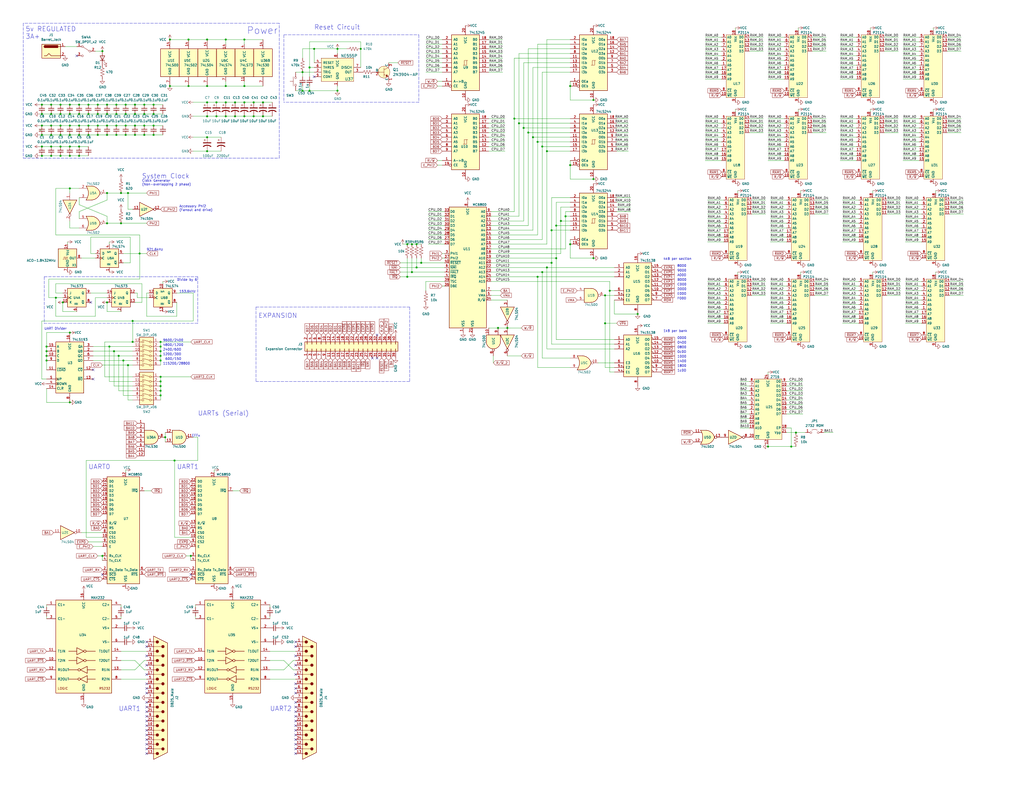
<source format=kicad_sch>
(kicad_sch (version 20211123) (generator eeschema)
  (paper "C")
  (junction (at 113.03 46.99))
  (junction (at 25.4 189.23))
  (junction (at 87.63 205.74))
  (junction (at 280.67 64.77))
  (junction (at 68.58 62.23))
  (junction (at 83.82 62.23))
  (junction (at 33.02 68.58))
  (junction (at 78.74 62.23))
  (junction (at 78.74 73.66))
  (junction (at 25.4 194.31))
  (junction (at 48.26 68.58))
  (junction (at 83.82 73.66))
  (junction (at 55.88 303.53))
  (junction (at 102.87 21.59))
  (junction (at 33.02 57.15))
  (junction (at 73.66 57.15))
  (junction (at 48.26 57.15))
  (junction (at 27.94 80.01))
  (junction (at 104.14 303.53))
  (junction (at 33.02 85.09))
  (junction (at 434.34 236.22))
  (junction (at 63.5 73.66))
  (junction (at 323.85 54.61))
  (junction (at 38.1 62.23))
  (junction (at 30.48 162.56))
  (junction (at 27.94 62.23))
  (junction (at 78.74 57.15))
  (junction (at 288.29 72.39))
  (junction (at 138.43 55.88))
  (junction (at 38.1 73.66))
  (junction (at 87.63 196.85))
  (junction (at 83.82 57.15))
  (junction (at 58.42 57.15))
  (junction (at 113.03 74.93))
  (junction (at 87.63 191.77))
  (junction (at 168.91 36.83))
  (junction (at 128.27 63.5))
  (junction (at 87.63 215.9))
  (junction (at 72.39 186.69))
  (junction (at 58.42 68.58))
  (junction (at 43.18 85.09))
  (junction (at 303.53 123.19))
  (junction (at 73.66 62.23))
  (junction (at 323.85 97.79))
  (junction (at 38.1 85.09))
  (junction (at 66.04 105.41))
  (junction (at 22.86 73.66))
  (junction (at 102.87 46.99))
  (junction (at 43.18 68.58))
  (junction (at 73.66 68.58))
  (junction (at 118.11 63.5))
  (junction (at 43.18 62.23))
  (junction (at 138.43 63.5))
  (junction (at 290.83 74.93))
  (junction (at 87.63 186.69))
  (junction (at 311.15 90.17))
  (junction (at 64.77 194.31))
  (junction (at 128.27 55.88))
  (junction (at 431.8 243.84))
  (junction (at 38.1 181.61))
  (junction (at 58.42 121.92))
  (junction (at 27.94 68.58))
  (junction (at 58.42 62.23))
  (junction (at 38.1 80.01))
  (junction (at 113.03 63.5))
  (junction (at 184.15 26.67))
  (junction (at 311.15 133.35))
  (junction (at 63.5 68.58))
  (junction (at 165.1 39.37))
  (junction (at 332.74 158.75))
  (junction (at 283.21 67.31))
  (junction (at 311.15 46.99))
  (junction (at 113.03 21.59))
  (junction (at 87.63 210.82))
  (junction (at 293.37 151.13))
  (junction (at 27.94 85.09))
  (junction (at 72.39 175.26))
  (junction (at 303.53 140.97))
  (junction (at 285.75 69.85))
  (junction (at 66.04 121.92))
  (junction (at 113.03 55.88))
  (junction (at 87.63 189.23))
  (junction (at 224.79 133.35))
  (junction (at 87.63 194.31))
  (junction (at 68.58 68.58))
  (junction (at 171.45 26.67))
  (junction (at 68.58 73.66))
  (junction (at 224.79 148.59))
  (junction (at 143.51 63.5))
  (junction (at 123.19 63.5))
  (junction (at 165.1 49.53))
  (junction (at 33.02 73.66))
  (junction (at 63.5 62.23))
  (junction (at 78.74 68.58))
  (junction (at 59.69 189.23))
  (junction (at 330.2 176.53))
  (junction (at 123.19 46.99))
  (junction (at 133.35 46.99))
  (junction (at 323.85 140.97))
  (junction (at 55.88 27.94))
  (junction (at 222.25 151.13))
  (junction (at 276.86 179.07))
  (junction (at 69.85 105.41))
  (junction (at 227.33 133.35))
  (junction (at 58.42 105.41))
  (junction (at 48.26 73.66))
  (junction (at 133.35 55.88))
  (junction (at 22.86 62.23))
  (junction (at 87.63 213.36))
  (junction (at 133.35 63.5))
  (junction (at 306.07 120.65))
  (junction (at 330.2 161.29))
  (junction (at 118.11 55.88))
  (junction (at 43.18 80.01))
  (junction (at 58.42 73.66))
  (junction (at 22.86 85.09))
  (junction (at 67.31 196.85))
  (junction (at 95.25 251.46))
  (junction (at 38.1 219.71))
  (junction (at 113.03 82.55))
  (junction (at 300.99 125.73))
  (junction (at 27.94 57.15))
  (junction (at 69.85 199.39))
  (junction (at 184.15 49.53))
  (junction (at 90.17 238.76))
  (junction (at 38.1 57.15))
  (junction (at 87.63 208.28))
  (junction (at 298.45 146.05))
  (junction (at 22.86 68.58))
  (junction (at 53.34 62.23))
  (junction (at 25.4 196.85))
  (junction (at 73.66 73.66))
  (junction (at 68.58 57.15))
  (junction (at 123.19 21.59))
  (junction (at 143.51 55.88))
  (junction (at 227.33 146.05))
  (junction (at 62.23 191.77))
  (junction (at 133.35 21.59))
  (junction (at 419.1 243.84))
  (junction (at 22.86 80.01))
  (junction (at 83.82 68.58))
  (junction (at 271.78 179.07))
  (junction (at 347.98 171.45))
  (junction (at 229.87 143.51))
  (junction (at 300.99 143.51))
  (junction (at 92.71 21.59))
  (junction (at 293.37 77.47))
  (junction (at 168.91 49.53))
  (junction (at 33.02 80.01))
  (junction (at 34.29 165.1))
  (junction (at 43.18 57.15))
  (junction (at 63.5 57.15))
  (junction (at 295.91 80.01))
  (junction (at 298.45 82.55))
  (junction (at 53.34 57.15))
  (junction (at 222.25 133.35))
  (junction (at 53.34 68.58))
  (junction (at 48.26 62.23))
  (junction (at 38.1 68.58))
  (junction (at 76.2 138.43))
  (junction (at 92.71 46.99))
  (junction (at 27.94 73.66))
  (junction (at 22.86 57.15))
  (junction (at 38.1 102.87))
  (junction (at 308.61 118.11))
  (junction (at 196.85 26.67))
  (junction (at 25.4 191.77))
  (junction (at 58.42 165.1))
  (junction (at 53.34 73.66))
  (junction (at 123.19 55.88))
  (junction (at 33.02 62.23))
  (junction (at 43.18 73.66))
  (junction (at 295.91 148.59))
  (no_connect (at 80.01 353.06))
  (no_connect (at 80.01 398.78))
  (no_connect (at 161.29 363.22))
  (no_connect (at 161.29 368.3))
  (no_connect (at 161.29 373.38))
  (no_connect (at 161.29 350.52))
  (no_connect (at 161.29 353.06))
  (no_connect (at 161.29 358.14))
  (no_connect (at 161.29 375.92))
  (no_connect (at 161.29 378.46))
  (no_connect (at 161.29 383.54))
  (no_connect (at 161.29 386.08))
  (no_connect (at 161.29 388.62))
  (no_connect (at 161.29 391.16))
  (no_connect (at 161.29 393.7))
  (no_connect (at 161.29 396.24))
  (no_connect (at 161.29 398.78))
  (no_connect (at 171.45 41.91))
  (no_connect (at 203.2 195.58))
  (no_connect (at 205.74 195.58))
  (no_connect (at 205.74 182.88))
  (no_connect (at 161.29 411.48))
  (no_connect (at 80.01 401.32))
  (no_connect (at 80.01 350.52))
  (no_connect (at 80.01 396.24))
  (no_connect (at 80.01 391.16))
  (no_connect (at 80.01 386.08))
  (no_connect (at 161.29 408.94))
  (no_connect (at 80.01 393.7))
  (no_connect (at 80.01 406.4))
  (no_connect (at 161.29 403.86))
  (no_connect (at 80.01 358.14))
  (no_connect (at 80.01 363.22))
  (no_connect (at 80.01 368.3))
  (no_connect (at 80.01 383.54))
  (no_connect (at 80.01 373.38))
  (no_connect (at 80.01 375.92))
  (no_connect (at 80.01 378.46))
  (no_connect (at 161.29 406.4))
  (no_connect (at 104.14 313.69))
  (no_connect (at 55.88 313.69))
  (no_connect (at 49.53 165.1))
  (no_connect (at 50.8 207.01))
  (no_connect (at 50.8 201.93))
  (no_connect (at 80.01 403.86))
  (no_connect (at 41.91 30.48))
  (no_connect (at 80.01 408.94))
  (no_connect (at 80.01 411.48))
  (no_connect (at 80.01 388.62))
  (no_connect (at 161.29 401.32))
  (wire (pts (xy 419.1 30.48) (xy 427.99 30.48)))
  (wire (pts (xy 494.03 129.54) (xy 502.92 129.54)))
  (wire (pts (xy 444.5 153.67) (xy 452.12 153.67)))
  (wire (pts (xy 458.47 67.31) (xy 467.36 67.31)))
  (wire (pts (xy 67.31 138.43) (xy 76.2 138.43)))
  (wire (pts (xy 308.61 118.11) (xy 311.15 118.11)))
  (wire (pts (xy 72.39 215.9) (xy 67.31 215.9)))
  (wire (pts (xy 43.18 111.76) (xy 58.42 118.11)))
  (wire (pts (xy 87.63 196.85) (xy 87.63 199.39)))
  (wire (pts (xy 311.15 44.45) (xy 311.15 46.99)))
  (wire (pts (xy 311.15 133.35) (xy 311.15 140.97)))
  (wire (pts (xy 483.87 156.21) (xy 491.49 156.21)))
  (wire (pts (xy 444.5 114.3) (xy 452.12 114.3)))
  (wire (pts (xy 384.81 87.63) (xy 393.7 87.63)))
  (wire (pts (xy 290.83 125.73) (xy 290.83 74.93)))
  (wire (pts (xy 69.85 218.44) (xy 72.39 218.44)))
  (wire (pts (xy 419.1 82.55) (xy 427.99 82.55)))
  (wire (pts (xy 123.19 55.88) (xy 128.27 55.88)))
  (wire (pts (xy 434.34 236.22) (xy 439.42 236.22)))
  (wire (pts (xy 311.15 54.61) (xy 323.85 54.61)))
  (wire (pts (xy 58.42 121.92) (xy 66.04 121.92)))
  (wire (pts (xy 335.28 163.83) (xy 335.28 171.45)))
  (wire (pts (xy 420.37 116.84) (xy 429.26 116.84)))
  (wire (pts (xy 96.52 172.72) (xy 96.52 165.1)))
  (wire (pts (xy 420.37 166.37) (xy 429.26 166.37)))
  (wire (pts (xy 298.45 82.55) (xy 311.15 82.55)))
  (wire (pts (xy 87.63 186.69) (xy 104.14 186.69)))
  (wire (pts (xy 222.25 133.35) (xy 224.79 133.35)))
  (wire (pts (xy 133.35 55.88) (xy 138.43 55.88)))
  (wire (pts (xy 48.26 73.66) (xy 53.34 73.66)))
  (wire (pts (xy 459.74 119.38) (xy 468.63 119.38)))
  (wire (pts (xy 295.91 148.59) (xy 295.91 195.58)))
  (wire (pts (xy 386.08 171.45) (xy 394.97 171.45)))
  (wire (pts (xy 311.15 72.39) (xy 288.29 72.39)))
  (polyline (pts (xy 223.52 208.28) (xy 139.7 208.28)))
  (wire (pts (xy 38.1 124.46) (xy 43.18 124.46)))
  (polyline (pts (xy 107.95 151.13) (xy 107.95 176.53)))
  (polyline (pts (xy 107.95 176.53) (xy 24.13 176.53)))
  (wire (pts (xy 33.02 80.01) (xy 38.1 80.01)))
  (wire (pts (xy 25.4 336.55) (xy 25.4 337.82)))
  (polyline (pts (xy 12.7 86.36) (xy 152.4 86.36)))
  (wire (pts (xy 267.97 128.27) (xy 293.37 128.27)))
  (polyline (pts (xy 139.7 167.64) (xy 223.52 167.64)))
  (wire (pts (xy 87.63 215.9) (xy 87.63 218.44)))
  (wire (pts (xy 275.59 72.39) (xy 266.7 72.39)))
  (wire (pts (xy 212.09 34.29) (xy 217.17 34.29)))
  (wire (pts (xy 494.03 168.91) (xy 502.92 168.91)))
  (wire (pts (xy 420.37 132.08) (xy 429.26 132.08)))
  (wire (pts (xy 458.47 69.85) (xy 467.36 69.85)))
  (wire (pts (xy 73.66 360.68) (xy 78.74 365.76)))
  (wire (pts (xy 483.87 111.76) (xy 491.49 111.76)))
  (wire (pts (xy 43.18 73.66) (xy 48.26 73.66)))
  (wire (pts (xy 335.28 171.45) (xy 347.98 171.45)))
  (wire (pts (xy 283.21 29.21) (xy 311.15 29.21)))
  (wire (pts (xy 492.76 30.48) (xy 501.65 30.48)))
  (wire (pts (xy 420.37 158.75) (xy 429.26 158.75)))
  (wire (pts (xy 410.21 114.3) (xy 417.83 114.3)))
  (wire (pts (xy 429.26 220.98) (xy 438.15 220.98)))
  (wire (pts (xy 74.93 162.56) (xy 81.28 162.56)))
  (wire (pts (xy 25.4 194.31) (xy 25.4 196.85)))
  (wire (pts (xy 66.04 121.92) (xy 80.01 121.92)))
  (wire (pts (xy 83.82 62.23) (xy 88.9 62.23)))
  (wire (pts (xy 267.97 153.67) (xy 332.74 153.67)))
  (wire (pts (xy 384.81 77.47) (xy 393.7 77.47)))
  (wire (pts (xy 76.2 152.4) (xy 26.67 152.4)))
  (wire (pts (xy 66.04 336.55) (xy 66.04 337.82)))
  (wire (pts (xy 494.03 173.99) (xy 502.92 173.99)))
  (wire (pts (xy 458.47 74.93) (xy 467.36 74.93)))
  (polyline (pts (xy 228.6 55.88) (xy 154.94 55.88)))
  (wire (pts (xy 21.59 80.01) (xy 22.86 80.01)))
  (polyline (pts (xy 24.13 151.13) (xy 24.13 176.53)))
  (wire (pts (xy 105.41 238.76) (xy 107.95 238.76)))
  (wire (pts (xy 25.4 196.85) (xy 25.4 201.93)))
  (wire (pts (xy 482.6 25.4) (xy 490.22 25.4)))
  (wire (pts (xy 408.94 67.31) (xy 416.56 67.31)))
  (wire (pts (xy 57.15 205.74) (xy 57.15 186.69)))
  (wire (pts (xy 420.37 156.21) (xy 429.26 156.21)))
  (wire (pts (xy 494.03 176.53) (xy 502.92 176.53)))
  (wire (pts (xy 50.8 189.23) (xy 59.69 189.23)))
  (wire (pts (xy 429.26 210.82) (xy 438.15 210.82)))
  (wire (pts (xy 143.51 55.88) (xy 148.59 55.88)))
  (wire (pts (xy 266.7 179.07) (xy 271.78 179.07)))
  (wire (pts (xy 123.19 21.59) (xy 123.19 24.13)))
  (wire (pts (xy 133.35 46.99) (xy 133.35 44.45)))
  (wire (pts (xy 73.66 365.76) (xy 78.74 360.68)))
  (wire (pts (xy 95.25 293.37) (xy 104.14 293.37)))
  (wire (pts (xy 50.8 194.31) (xy 64.77 194.31)))
  (wire (pts (xy 408.94 69.85) (xy 416.56 69.85)))
  (wire (pts (xy 69.85 199.39) (xy 69.85 218.44)))
  (wire (pts (xy 410.21 116.84) (xy 417.83 116.84)))
  (wire (pts (xy 233.68 120.65) (xy 242.57 120.65)))
  (wire (pts (xy 386.08 121.92) (xy 394.97 121.92)))
  (wire (pts (xy 154.94 360.68) (xy 160.02 365.76)))
  (wire (pts (xy 492.76 82.55) (xy 501.65 82.55)))
  (wire (pts (xy 459.74 166.37) (xy 468.63 166.37)))
  (wire (pts (xy 492.76 33.02) (xy 501.65 33.02)))
  (wire (pts (xy 408.94 210.82) (xy 403.86 210.82)))
  (wire (pts (xy 459.74 111.76) (xy 468.63 111.76)))
  (wire (pts (xy 43.18 80.01) (xy 48.26 80.01)))
  (wire (pts (xy 59.69 189.23) (xy 72.39 189.23)))
  (wire (pts (xy 22.86 57.15) (xy 27.94 57.15)))
  (wire (pts (xy 386.08 116.84) (xy 394.97 116.84)))
  (wire (pts (xy 436.88 104.14) (xy 436.88 105.41)))
  (wire (pts (xy 168.91 36.83) (xy 168.91 22.86)))
  (wire (pts (xy 275.59 64.77) (xy 266.7 64.77)))
  (wire (pts (xy 429.26 213.36) (xy 438.15 213.36)))
  (wire (pts (xy 267.97 151.13) (xy 293.37 151.13)))
  (wire (pts (xy 293.37 151.13) (xy 335.28 151.13)))
  (wire (pts (xy 73.66 160.02) (xy 74.93 160.02)))
  (wire (pts (xy 58.42 68.58) (xy 63.5 68.58)))
  (wire (pts (xy 80.01 172.72) (xy 96.52 172.72)))
  (wire (pts (xy 386.08 132.08) (xy 394.97 132.08)))
  (wire (pts (xy 49.53 160.02) (xy 58.42 160.02)))
  (wire (pts (xy 87.63 208.28) (xy 87.63 210.82)))
  (wire (pts (xy 458.47 25.4) (xy 467.36 25.4)))
  (wire (pts (xy 232.41 34.29) (xy 241.3 34.29)))
  (wire (pts (xy 168.91 49.53) (xy 168.91 46.99)))
  (wire (pts (xy 492.76 67.31) (xy 501.65 67.31)))
  (wire (pts (xy 74.93 160.02) (xy 74.93 162.56)))
  (wire (pts (xy 233.68 123.19) (xy 242.57 123.19)))
  (wire (pts (xy 27.94 68.58) (xy 33.02 68.58)))
  (wire (pts (xy 384.81 27.94) (xy 393.7 27.94)))
  (wire (pts (xy 386.08 129.54) (xy 394.97 129.54)))
  (wire (pts (xy 410.21 161.29) (xy 417.83 161.29)))
  (wire (pts (xy 83.82 57.15) (xy 88.9 57.15)))
  (wire (pts (xy 38.1 105.41) (xy 38.1 102.87)))
  (wire (pts (xy 330.2 176.53) (xy 330.2 200.66)))
  (wire (pts (xy 27.94 73.66) (xy 33.02 73.66)))
  (wire (pts (xy 38.1 120.65) (xy 38.1 124.46)))
  (wire (pts (xy 165.1 46.99) (xy 165.1 49.53)))
  (wire (pts (xy 443.23 69.85) (xy 450.85 69.85)))
  (wire (pts (xy 458.47 85.09) (xy 467.36 85.09)))
  (wire (pts (xy 384.81 64.77) (xy 393.7 64.77)))
  (wire (pts (xy 492.76 85.09) (xy 501.65 85.09)))
  (wire (pts (xy 266.7 21.59) (xy 274.32 21.59)))
  (wire (pts (xy 408.94 213.36) (xy 403.86 213.36)))
  (wire (pts (xy 288.29 26.67) (xy 311.15 26.67)))
  (wire (pts (xy 303.53 185.42) (xy 335.28 185.42)))
  (wire (pts (xy 494.03 127) (xy 502.92 127)))
  (wire (pts (xy 107.95 238.76) (xy 107.95 251.46)))
  (wire (pts (xy 87.63 213.36) (xy 87.63 215.9)))
  (wire (pts (xy 78.74 62.23) (xy 83.82 62.23)))
  (wire (pts (xy 494.03 121.92) (xy 502.92 121.92)))
  (wire (pts (xy 408.94 223.52) (xy 403.86 223.52)))
  (wire (pts (xy 83.82 73.66) (xy 88.9 73.66)))
  (wire (pts (xy 87.63 205.74) (xy 87.63 208.28)))
  (polyline (pts (xy 12.7 12.7) (xy 12.7 86.36)))
  (wire (pts (xy 444.5 161.29) (xy 452.12 161.29)))
  (wire (pts (xy 116.84 256.54) (xy 116.84 257.81)))
  (wire (pts (xy 227.33 140.97) (xy 227.33 146.05)))
  (wire (pts (xy 429.26 215.9) (xy 438.15 215.9)))
  (wire (pts (xy 516.89 67.31) (xy 524.51 67.31)))
  (wire (pts (xy 52.07 27.94) (xy 55.88 27.94)))
  (wire (pts (xy 285.75 34.29) (xy 285.75 69.85)))
  (wire (pts (xy 483.87 158.75) (xy 491.49 158.75)))
  (wire (pts (xy 184.15 49.53) (xy 184.15 46.99)))
  (wire (pts (xy 44.45 140.97) (xy 52.07 140.97)))
  (wire (pts (xy 335.28 190.5) (xy 298.45 190.5)))
  (wire (pts (xy 242.57 148.59) (xy 224.79 148.59)))
  (wire (pts (xy 419.1 25.4) (xy 427.99 25.4)))
  (wire (pts (xy 73.66 57.15) (xy 78.74 57.15)))
  (wire (pts (xy 171.45 26.67) (xy 171.45 34.29)))
  (wire (pts (xy 66.04 105.41) (xy 69.85 105.41)))
  (wire (pts (xy 72.39 205.74) (xy 57.15 205.74)))
  (wire (pts (xy 87.63 186.69) (xy 87.63 189.23)))
  (wire (pts (xy 138.43 63.5) (xy 143.51 63.5)))
  (wire (pts (xy 492.76 80.01) (xy 501.65 80.01)))
  (wire (pts (xy 384.81 22.86) (xy 393.7 22.86)))
  (wire (pts (xy 474.98 15.24) (xy 474.98 16.51)))
  (wire (pts (xy 241.3 140.97) (xy 242.57 140.97)))
  (wire (pts (xy 518.16 158.75) (xy 525.78 158.75)))
  (wire (pts (xy 518.16 156.21) (xy 525.78 156.21)))
  (wire (pts (xy 494.03 119.38) (xy 502.92 119.38)))
  (wire (pts (xy 459.74 171.45) (xy 468.63 171.45)))
  (wire (pts (xy 59.69 132.08) (xy 59.69 133.35)))
  (wire (pts (xy 266.7 34.29) (xy 274.32 34.29)))
  (wire (pts (xy 288.29 26.67) (xy 288.29 72.39)))
  (wire (pts (xy 58.42 62.23) (xy 63.5 62.23)))
  (wire (pts (xy 78.74 57.15) (xy 83.82 57.15)))
  (wire (pts (xy 232.41 153.67) (xy 232.41 158.75)))
  (wire (pts (xy 429.26 236.22) (xy 434.34 236.22)))
  (wire (pts (xy 443.23 25.4) (xy 450.85 25.4)))
  (wire (pts (xy 384.81 82.55) (xy 393.7 82.55)))
  (wire (pts (xy 419.1 243.84) (xy 419.1 242.57)))
  (wire (pts (xy 218.44 148.59) (xy 224.79 148.59)))
  (wire (pts (xy 43.18 107.95) (xy 43.18 111.76)))
  (wire (pts (xy 38.1 73.66) (xy 43.18 73.66)))
  (wire (pts (xy 87.63 210.82) (xy 87.63 213.36)))
  (wire (pts (xy 36.83 132.08) (xy 36.83 133.35)))
  (wire (pts (xy 483.87 153.67) (xy 491.49 153.67)))
  (wire (pts (xy 106.68 336.55) (xy 106.68 337.82)))
  (wire (pts (xy 336.55 110.49) (xy 344.17 110.49)))
  (wire (pts (xy 311.15 140.97) (xy 323.85 140.97)))
  (wire (pts (xy 494.03 161.29) (xy 502.92 161.29)))
  (wire (pts (xy 386.08 114.3) (xy 394.97 114.3)))
  (wire (pts (xy 431.8 233.68) (xy 431.8 243.84)))
  (wire (pts (xy 494.03 156.21) (xy 502.92 156.21)))
  (wire (pts (xy 419.1 87.63) (xy 427.99 87.63)))
  (wire (pts (xy 482.6 22.86) (xy 490.22 22.86)))
  (wire (pts (xy 401.32 59.69) (xy 401.32 60.96)))
  (wire (pts (xy 420.37 153.67) (xy 429.26 153.67)))
  (wire (pts (xy 21.59 73.66) (xy 22.86 73.66)))
  (wire (pts (xy 266.7 24.13) (xy 274.32 24.13)))
  (wire (pts (xy 38.1 62.23) (xy 43.18 62.23)))
  (wire (pts (xy 516.89 64.77) (xy 524.51 64.77)))
  (wire (pts (xy 276.86 179.07) (xy 284.48 179.07)))
  (wire (pts (xy 492.76 69.85) (xy 501.65 69.85)))
  (wire (pts (xy 444.5 109.22) (xy 452.12 109.22)))
  (wire (pts (xy 123.19 21.59) (xy 133.35 21.59)))
  (wire (pts (xy 459.74 109.22) (xy 468.63 109.22)))
  (wire (pts (xy 267.97 146.05) (xy 298.45 146.05)))
  (wire (pts (xy 444.5 158.75) (xy 452.12 158.75)))
  (wire (pts (xy 518.16 109.22) (xy 525.78 109.22)))
  (wire (pts (xy 459.74 121.92) (xy 468.63 121.92)))
  (wire (pts (xy 408.94 25.4) (xy 416.56 25.4)))
  (wire (pts (xy 113.03 46.99) (xy 123.19 46.99)))
  (wire (pts (xy 34.29 160.02) (xy 30.48 160.02)))
  (wire (pts (xy 419.1 69.85) (xy 427.99 69.85)))
  (wire (pts (xy 58.42 118.11) (xy 58.42 121.92)))
  (wire (pts (xy 384.81 25.4) (xy 393.7 25.4)))
  (wire (pts (xy 168.91 49.53) (xy 184.15 49.53)))
  (wire (pts (xy 232.41 31.75) (xy 241.3 31.75)))
  (wire (pts (xy 516.89 69.85) (xy 524.51 69.85)))
  (wire (pts (xy 33.02 57.15) (xy 38.1 57.15)))
  (wire (pts (xy 53.34 303.53) (xy 55.88 303.53)))
  (wire (pts (xy 83.82 68.58) (xy 88.9 68.58)))
  (wire (pts (xy 68.58 256.54) (xy 68.58 257.81)))
  (wire (pts (xy 434.34 243.84) (xy 431.8 243.84)))
  (wire (pts (xy 410.21 109.22) (xy 417.83 109.22)))
  (wire (pts (xy 267.97 115.57) (xy 280.67 115.57)))
  (wire (pts (xy 311.15 46.99) (xy 311.15 54.61)))
  (wire (pts (xy 269.24 198.12) (xy 269.24 194.31)))
  (wire (pts (xy 50.8 196.85) (xy 67.31 196.85)))
  (wire (pts (xy 133.35 46.99) (xy 143.51 46.99)))
  (wire (pts (xy 308.61 118.11) (xy 308.61 115.57)))
  (wire (pts (xy 326.39 198.12) (xy 335.28 198.12)))
  (wire (pts (xy 165.1 39.37) (xy 161.29 39.37)))
  (wire (pts (xy 118.11 55.88) (xy 123.19 55.88)))
  (wire (pts (xy 242.57 153.67) (xy 232.41 153.67)))
  (wire (pts (xy 168.91 41.91) (xy 168.91 36.83)))
  (wire (pts (xy 336.55 77.47) (xy 342.9 77.47)))
  (wire (pts (xy 38.1 181.61) (xy 25.4 181.61)))
  (wire (pts (xy 87.63 189.23) (xy 87.63 191.77)))
  (wire (pts (xy 386.08 124.46) (xy 394.97 124.46)))
  (wire (pts (xy 66.04 360.68) (xy 73.66 360.68)))
  (wire (pts (xy 384.81 67.31) (xy 393.7 67.31)))
  (polyline (pts (xy 228.6 19.05) (xy 228.6 55.88)))
  (wire (pts (xy 419.1 43.18) (xy 427.99 43.18)))
  (wire (pts (xy 330.2 200.66) (xy 335.28 200.66)))
  (wire (pts (xy 384.81 30.48) (xy 393.7 30.48)))
  (wire (pts (xy 52.07 172.72) (xy 52.07 162.56)))
  (wire (pts (xy 102.87 46.99) (xy 113.03 46.99)))
  (wire (pts (xy 459.74 176.53) (xy 468.63 176.53)))
  (wire (pts (xy 160.02 360.68) (xy 161.29 360.68)))
  (wire (pts (xy 458.47 33.02) (xy 467.36 33.02)))
  (wire (pts (xy 53.34 68.58) (xy 58.42 68.58)))
  (wire (pts (xy 171.45 39.37) (xy 165.1 39.37)))
  (wire (pts (xy 518.16 116.84) (xy 525.78 116.84)))
  (wire (pts (xy 494.03 166.37) (xy 502.92 166.37)))
  (wire (pts (xy 87.63 191.77) (xy 87.63 194.31)))
  (wire (pts (xy 30.48 160.02) (xy 30.48 154.94)))
  (wire (pts (xy 78.74 68.58) (xy 83.82 68.58)))
  (wire (pts (xy 123.19 44.45) (xy 123.19 46.99)))
  (wire (pts (xy 147.32 336.55) (xy 147.32 337.82)))
  (wire (pts (xy 189.23 26.67) (xy 184.15 26.67)))
  (polyline (pts (xy 152.4 12.7) (xy 12.7 12.7)))
  (wire (pts (xy 27.94 57.15) (xy 33.02 57.15)))
  (wire (pts (xy 408.94 64.77) (xy 416.56 64.77)))
  (wire (pts (xy 55.88 199.39) (xy 69.85 199.39)))
  (wire (pts (xy 218.44 146.05) (xy 227.33 146.05)))
  (wire (pts (xy 238.76 44.45) (xy 241.3 44.45)))
  (wire (pts (xy 308.61 135.89) (xy 308.61 118.11)))
  (wire (pts (xy 459.74 127) (xy 468.63 127)))
  (wire (pts (xy 285.75 120.65) (xy 285.75 69.85)))
  (wire (pts (xy 33.02 85.09) (xy 38.1 85.09)))
  (wire (pts (xy 492.76 87.63) (xy 501.65 87.63)))
  (wire (pts (xy 384.81 72.39) (xy 393.7 72.39)))
  (wire (pts (xy 227.33 133.35) (xy 229.87 133.35)))
  (wire (pts (xy 510.54 104.14) (xy 510.54 105.41)))
  (wire (pts (xy 25.4 189.23) (xy 25.4 191.77)))
  (wire (pts (xy 419.1 85.09) (xy 427.99 85.09)))
  (wire (pts (xy 303.53 110.49) (xy 311.15 110.49)))
  (wire (pts (xy 30.48 162.56) (xy 30.48 172.72)))
  (wire (pts (xy 492.76 38.1) (xy 501.65 38.1)))
  (wire (pts (xy 386.08 158.75) (xy 394.97 158.75)))
  (wire (pts (xy 22.86 68.58) (xy 27.94 68.58)))
  (polyline (pts (xy 24.13 151.13) (xy 107.95 151.13)))
  (wire (pts (xy 429.26 208.28) (xy 438.15 208.28)))
  (wire (pts (xy 458.47 77.47) (xy 467.36 77.47)))
  (wire (pts (xy 147.32 355.6) (xy 161.29 355.6)))
  (wire (pts (xy 102.87 21.59) (xy 113.03 21.59)))
  (wire (pts (xy 410.21 153.67) (xy 417.83 153.67)))
  (wire (pts (xy 458.47 40.64) (xy 467.36 40.64)))
  (wire (pts (xy 53.34 57.15) (xy 58.42 57.15)))
  (wire (pts (xy 420.37 124.46) (xy 429.26 124.46)))
  (wire (pts (xy 483.87 109.22) (xy 491.49 109.22)))
  (wire (pts (xy 420.37 168.91) (xy 429.26 168.91)))
  (wire (pts (xy 408.94 208.28) (xy 403.86 208.28)))
  (wire (pts (xy 160.02 365.76) (xy 161.29 365.76)))
  (wire (pts (xy 420.37 161.29) (xy 429.26 161.29)))
  (wire (pts (xy 22.86 85.09) (xy 27.94 85.09)))
  (wire (pts (xy 419.1 22.86) (xy 427.99 22.86)))
  (wire (pts (xy 483.87 161.29) (xy 491.49 161.29)))
  (wire (pts (xy 459.74 116.84) (xy 468.63 116.84)))
  (wire (pts (xy 308.61 115.57) (xy 311.15 115.57)))
  (wire (pts (xy 267.97 140.97) (xy 303.53 140.97)))
  (wire (pts (xy 266.7 31.75) (xy 274.32 31.75)))
  (wire (pts (xy 267.97 123.19) (xy 288.29 123.19)))
  (wire (pts (xy 113.03 82.55) (xy 120.65 82.55)))
  (wire (pts (xy 22.86 62.23) (xy 27.94 62.23)))
  (wire (pts (xy 330.2 161.29) (xy 335.28 161.29)))
  (wire (pts (xy 510.54 148.59) (xy 510.54 149.86)))
  (polyline (pts (xy 154.94 19.05) (xy 154.94 55.88)))
  (wire (pts (xy 38.1 85.09) (xy 43.18 85.09)))
  (wire (pts (xy 295.91 39.37) (xy 295.91 80.01)))
  (wire (pts (xy 90.17 238.76) (xy 90.17 241.3)))
  (wire (pts (xy 492.76 35.56) (xy 501.65 35.56)))
  (wire (pts (xy 106.68 330.2) (xy 106.68 331.47)))
  (wire (pts (xy 311.15 97.79) (xy 323.85 97.79)))
  (wire (pts (xy 78.74 73.66) (xy 83.82 73.66)))
  (wire (pts (xy 443.23 72.39) (xy 450.85 72.39)))
  (wire (pts (xy 492.76 43.18) (xy 501.65 43.18)))
  (wire (pts (xy 410.21 111.76) (xy 417.83 111.76)))
  (wire (pts (xy 72.39 175.26) (xy 72.39 186.69)))
  (wire (pts (xy 69.85 105.41) (xy 80.01 105.41)))
  (wire (pts (xy 267.97 118.11) (xy 283.21 118.11)))
  (wire (pts (xy 459.74 161.29) (xy 468.63 161.29)))
  (wire (pts (xy 410.21 156.21) (xy 417.83 156.21)))
  (wire (pts (xy 64.77 194.31) (xy 64.77 213.36)))
  (wire (pts (xy 66.04 355.6) (xy 80.01 355.6)))
  (wire (pts (xy 459.74 168.91) (xy 468.63 168.91)))
  (wire (pts (xy 458.47 20.32) (xy 467.36 20.32)))
  (wire (pts (xy 330.2 161.29) (xy 330.2 176.53)))
  (wire (pts (xy 516.89 20.32) (xy 524.51 20.32)))
  (wire (pts (xy 408.94 215.9) (xy 403.86 215.9)))
  (wire (pts (xy 458.47 87.63) (xy 467.36 87.63)))
  (wire (pts (xy 73.66 68.58) (xy 78.74 68.58)))
  (wire (pts (xy 516.89 72.39) (xy 524.51 72.39)))
  (wire (pts (xy 27.94 80.01) (xy 33.02 80.01)))
  (wire (pts (xy 267.97 158.75) (xy 273.05 158.75)))
  (wire (pts (xy 92.71 46.99) (xy 102.87 46.99)))
  (wire (pts (xy 386.08 166.37) (xy 394.97 166.37)))
  (wire (pts (xy 233.68 130.81) (xy 242.57 130.81)))
  (wire (pts (xy 420.37 109.22) (xy 429.26 109.22)))
  (wire (pts (xy 429.26 218.44) (xy 438.15 218.44)))
  (wire (pts (xy 133.35 63.5) (xy 138.43 63.5)))
  (wire (pts (xy 384.81 43.18) (xy 393.7 43.18)))
  (wire (pts (xy 72.39 210.82) (xy 62.23 210.82)))
  (wire (pts (xy 25.4 181.61) (xy 25.4 189.23)))
  (wire (pts (xy 420.37 173.99) (xy 429.26 173.99)))
  (wire (pts (xy 492.76 22.86) (xy 501.65 22.86)))
  (wire (pts (xy 306.07 138.43) (xy 306.07 120.65)))
  (wire (pts (xy 459.74 163.83) (xy 468.63 163.83)))
  (wire (pts (xy 300.99 187.96) (xy 335.28 187.96)))
  (wire (pts (xy 336.55 82.55) (xy 342.9 82.55)))
  (wire (pts (xy 458.47 22.86) (xy 467.36 22.86)))
  (wire (pts (xy 384.81 80.01) (xy 393.7 80.01)))
  (wire (pts (xy 458.47 35.56) (xy 467.36 35.56)))
  (wire (pts (xy 59.69 208.28) (xy 72.39 208.28)))
  (wire (pts (xy 105.41 74.93) (xy 113.03 74.93)))
  (wire (pts (xy 58.42 57.15) (xy 63.5 57.15)))
  (wire (pts (xy 59.69 189.23) (xy 59.69 208.28)))
  (wire (pts (xy 384.81 38.1) (xy 393.7 38.1)))
  (wire (pts (xy 443.23 20.32) (xy 450.85 20.32)))
  (wire (pts (xy 492.76 72.39) (xy 501.65 72.39)))
  (wire (pts (xy 459.74 153.67) (xy 468.63 153.67)))
  (wire (pts (xy 52.07 162.56) (xy 58.42 162.56)))
  (wire (pts (xy 34.29 170.18) (xy 41.91 170.18)))
  (wire (pts (xy 516.89 22.86) (xy 524.51 22.86)))
  (wire (pts (xy 295.91 80.01) (xy 295.91 130.81)))
  (wire (pts (xy 275.59 67.31) (xy 266.7 67.31)))
  (wire (pts (xy 219.71 133.35) (xy 222.25 133.35)))
  (wire (pts (xy 48.26 295.91) (xy 55.88 295.91)))
  (wire (pts (xy 275.59 77.47) (xy 266.7 77.47)))
  (wire (pts (xy 419.1 243.84) (xy 431.8 243.84)))
  (wire (pts (xy 293.37 151.13) (xy 293.37 200.66)))
  (wire (pts (xy 518.16 111.76) (xy 525.78 111.76)))
  (wire (pts (xy 67.31 196.85) (xy 72.39 196.85)))
  (wire (pts (xy 267.97 133.35) (xy 298.45 133.35)))
  (wire (pts (xy 403.86 231.14) (xy 408.94 231.14)))
  (wire (pts (xy 78.74 365.76) (xy 80.01 365.76)))
  (wire (pts (xy 68.58 57.15) (xy 73.66 57.15)))
  (wire (pts (xy 419.1 64.77) (xy 427.99 64.77)))
  (wire (pts (xy 419.1 67.31) (xy 427.99 67.31)))
  (wire (pts (xy 46.99 251.46) (xy 46.99 293.37)))
  (wire (pts (xy 419.1 20.32) (xy 427.99 20.32)))
  (wire (pts (xy 71.12 143.51) (xy 71.12 129.54)))
  (wire (pts (xy 458.47 30.48) (xy 467.36 30.48)))
  (wire (pts (xy 336.55 74.93) (xy 342.9 74.93)))
  (wire (pts (xy 27.94 62.23) (xy 33.02 62.23)))
  (wire (pts (xy 386.08 156.21) (xy 394.97 156.21)))
  (wire (pts (xy 458.47 27.94) (xy 467.36 27.94)))
  (wire (pts (xy 267.97 148.59) (xy 295.91 148.59)))
  (wire (pts (xy 306.07 120.65) (xy 306.07 113.03)))
  (wire (pts (xy 429.26 223.52) (xy 438.15 223.52)))
  (wire (pts (xy 66.04 365.76) (xy 73.66 365.76)))
  (wire (pts (xy 429.26 226.06) (xy 438.15 226.06)))
  (wire (pts (xy 303.53 140.97) (xy 303.53 185.42)))
  (wire (pts (xy 276.86 194.31) (xy 284.48 194.31)))
  (wire (pts (xy 71.12 129.54) (xy 49.53 129.54)))
  (wire (pts (xy 147.32 370.84) (xy 161.29 370.84)))
  (wire (pts (xy 21.59 71.12) (xy 22.86 71.12)))
  (wire (pts (xy 229.87 140.97) (xy 229.87 143.51)))
  (wire (pts (xy 21.59 57.15) (xy 22.86 57.15)))
  (wire (pts (xy 482.6 72.39) (xy 490.22 72.39)))
  (wire (pts (xy 494.03 109.22) (xy 502.92 109.22)))
  (wire (pts (xy 66.04 370.84) (xy 80.01 370.84)))
  (wire (pts (xy 516.89 25.4) (xy 524.51 25.4)))
  (wire (pts (xy 232.41 29.21) (xy 241.3 29.21)))
  (wire (pts (xy 476.25 148.59) (xy 476.25 149.86)))
  (wire (pts (xy 386.08 109.22) (xy 394.97 109.22)))
  (wire (pts (xy 22.86 207.01) (xy 25.4 207.01)))
  (wire (pts (xy 386.08 119.38) (xy 394.97 119.38)))
  (wire (pts (xy 386.08 168.91) (xy 394.97 168.91)))
  (wire (pts (xy 492.76 40.64) (xy 501.65 40.64)))
  (polyline (pts (xy 154.94 19.05) (xy 228.6 19.05)))
  (wire (pts (xy 384.81 69.85) (xy 393.7 69.85)))
  (wire (pts (xy 444.5 156.21) (xy 452.12 156.21)))
  (wire (pts (xy 92.71 21.59) (xy 102.87 21.59)))
  (wire (pts (xy 273.05 161.29) (xy 267.97 161.29)))
  (wire (pts (xy 293.37 128.27) (xy 293.37 77.47)))
  (wire (pts (xy 408.94 218.44) (xy 403.86 218.44)))
  (wire (pts (xy 26.67 162.56) (xy 30.48 162.56)))
  (wire (pts (xy 233.68 115.57) (xy 242.57 115.57)))
  (wire (pts (xy 58.42 105.41) (xy 66.04 105.41)))
  (wire (pts (xy 384.81 35.56) (xy 393.7 35.56)))
  (wire (pts (xy 402.59 104.14) (xy 402.59 105.41)))
  (wire (pts (xy 459.74 158.75) (xy 468.63 158.75)))
  (wire (pts (xy 384.81 33.02) (xy 393.7 33.02)))
  (wire (pts (xy 238.76 90.17) (xy 241.3 90.17)))
  (wire (pts (xy 38.1 102.87) (xy 43.18 102.87)))
  (wire (pts (xy 168.91 36.83) (xy 171.45 36.83)))
  (wire (pts (xy 303.53 123.19) (xy 303.53 110.49)))
  (wire (pts (xy 298.45 21.59) (xy 298.45 82.55)))
  (wire (pts (xy 58.42 170.18) (xy 66.04 170.18)))
  (wire (pts (xy 218.44 151.13) (xy 222.25 151.13)))
  (wire (pts (xy 300.99 107.95) (xy 311.15 107.95)))
  (wire (pts (xy 133.35 21.59) (xy 133.35 24.13)))
  (wire (pts (xy 33.02 68.58) (xy 38.1 68.58)))
  (wire (pts (xy 492.76 74.93) (xy 501.65 74.93)))
  (wire (pts (xy 492.76 20.32) (xy 501.65 20.32)))
  (wire (pts (xy 458.47 80.01) (xy 467.36 80.01)))
  (wire (pts (xy 420.37 111.76) (xy 429.26 111.76)))
  (wire (pts (xy 267.97 130.81) (xy 295.91 130.81)))
  (wire (pts (xy 267.97 135.89) (xy 308.61 135.89)))
  (wire (pts (xy 311.15 67.31) (xy 283.21 67.31)))
  (wire (pts (xy 298.45 133.35) (xy 298.45 82.55)))
  (wire (pts (xy 384.81 40.64) (xy 393.7 40.64)))
  (wire (pts (xy 458.47 43.18) (xy 467.36 43.18)))
  (wire (pts (xy 492.76 25.4) (xy 501.65 25.4)))
  (wire (pts (xy 218.44 143.51) (xy 229.87 143.51)))
  (wire (pts (xy 420.37 119.38) (xy 429.26 119.38)))
  (wire (pts (xy 494.03 132.08) (xy 502.92 132.08)))
  (wire (pts (xy 403.86 233.68) (xy 408.94 233.68)))
  (wire (pts (xy 80.01 160.02) (xy 81.28 160.02)))
  (wire (pts (xy 336.55 72.39) (xy 342.9 72.39)))
  (wire (pts (xy 46.99 293.37) (xy 55.88 293.37)))
  (wire (pts (xy 300.99 125.73) (xy 311.15 125.73)))
  (wire (pts (xy 43.18 115.57) (xy 58.42 109.22)))
  (wire (pts (xy 280.67 31.75) (xy 280.67 64.77)))
  (wire (pts (xy 293.37 24.13) (xy 311.15 24.13)))
  (wire (pts (xy 113.03 21.59) (xy 123.19 21.59)))
  (wire (pts (xy 266.7 36.83) (xy 274.32 36.83)))
  (wire (pts (xy 34.29 165.1) (xy 34.29 170.18)))
  (wire (pts (xy 419.1 40.64) (xy 427.99 40.64)))
  (wire (pts (xy 386.08 153.67) (xy 394.97 153.67)))
  (wire (pts (xy 420.37 114.3) (xy 429.26 114.3)))
  (wire (pts (xy 68.58 68.58) (xy 73.66 68.58)))
  (wire (pts (xy 419.1 27.94) (xy 427.99 27.94)))
  (wire (pts (xy 509.27 59.69) (xy 509.27 60.96)))
  (wire (pts (xy 58.42 105.41) (xy 58.42 109.22)))
  (wire (pts (xy 27.94 85.09) (xy 33.02 85.09)))
  (wire (pts (xy 238.76 87.63) (xy 241.3 87.63)))
  (wire (pts (xy 271.78 179.07) (xy 276.86 179.07)))
  (wire (pts (xy 25.4 330.2) (xy 25.4 331.47)))
  (wire (pts (xy 35.56 25.4) (xy 41.91 25.4)))
  (wire (pts (xy 386.08 111.76) (xy 394.97 111.76)))
  (wire (pts (xy 285.75 69.85) (xy 311.15 69.85)))
  (wire (pts (xy 384.81 74.93) (xy 393.7 74.93)))
  (wire (pts (xy 267.97 163.83) (xy 276.86 163.83)))
  (wire (pts (xy 482.6 27.94) (xy 490.22 27.94)))
  (wire (pts (xy 43.18 68.58) (xy 48.26 68.58)))
  (wire (pts (xy 138.43 55.88) (xy 143.51 55.88)))
  (wire (pts (xy 295.91 148.59) (xy 335.28 148.59)))
  (wire (pts (xy 113.03 74.93) (xy 120.65 74.93)))
  (wire (pts (xy 420.37 121.92) (xy 429.26 121.92)))
  (wire (pts (xy 330.2 176.53) (xy 336.55 176.53)))
  (wire (pts (xy 384.81 85.09) (xy 393.7 85.09)))
  (wire (pts (xy 311.15 90.17) (xy 311.15 97.79)))
  (wire (pts (xy 25.4 191.77) (xy 25.4 194.31)))
  (wire (pts (xy 386.08 161.29) (xy 394.97 161.29)))
  (wire (pts (xy 458.47 72.39) (xy 467.36 72.39)))
  (wire (pts (xy 306.07 120.65) (xy 311.15 120.65)))
  (wire (pts (xy 105.41 160.02) (xy 105.41 175.26)))
  (wire (pts (xy 492.76 77.47) (xy 501.65 77.47)))
  (wire (pts (xy 408.94 27.94) (xy 416.56 27.94)))
  (wire (pts (xy 62.23 210.82) (xy 62.23 191.77)))
  (wire (pts (xy 408.94 220.98) (xy 403.86 220.98)))
  (wire (pts (xy 53.34 62.23) (xy 58.42 62.23)))
  (wire (pts (xy 420.37 129.54) (xy 429.26 129.54)))
  (wire (pts (xy 280.67 31.75) (xy 311.15 31.75)))
  (wire (pts (xy 458.47 64.77) (xy 467.36 64.77)))
  (wire (pts (xy 105.41 55.88) (xy 113.03 55.88)))
  (wire (pts (xy 165.1 49.53) (xy 161.29 49.53)))
  (wire (pts (xy 298.45 21.59) (xy 311.15 21.59)))
  (wire (pts (xy 43.18 115.57) (xy 43.18 119.38)))
  (wire (pts (xy 482.6 69.85) (xy 490.22 69.85)))
  (wire (pts (xy 76.2 138.43) (xy 76.2 152.4)))
  (wire (pts (xy 402.59 148.59) (xy 402.59 149.86)))
  (wire (pts (xy 73.66 62.23) (xy 78.74 62.23)))
  (wire (pts (xy 509.27 15.24) (xy 509.27 16.51)))
  (wire (pts (xy 267.97 143.51) (xy 300.99 143.51)))
  (wire (pts (xy 419.1 77.47) (xy 427.99 77.47)))
  (wire (pts (xy 275.59 74.93) (xy 266.7 74.93)))
  (wire (pts (xy 474.98 59.69) (xy 474.98 60.96)))
  (wire (pts (xy 384.81 20.32) (xy 393.7 20.32)))
  (wire (pts (xy 21.59 85.09) (xy 22.86 85.09)))
  (wire (pts (xy 419.1 33.02) (xy 427.99 33.02)))
  (wire (pts (xy 30.48 102.87) (xy 38.1 102.87)))
  (wire (pts (xy 48.26 68.58) (xy 53.34 68.58)))
  (wire (pts (xy 48.26 62.23) (xy 53.34 62.23)))
  (wire (pts (xy 233.68 118.11) (xy 242.57 118.11)))
  (wire (pts (xy 293.37 77.47) (xy 311.15 77.47)))
  (wire (pts (xy 38.1 219.71) (xy 25.4 219.71)))
  (wire (pts (xy 311.15 130.81) (xy 311.15 133.35)))
  (wire (pts (xy 419.1 203.2) (xy 419.1 204.47)))
  (wire (pts (xy 408.94 226.06) (xy 403.86 226.06)))
  (wire (pts (xy 403.86 228.6) (xy 408.94 228.6)))
  (wire (pts (xy 408.94 20.32) (xy 416.56 20.32)))
  (wire (pts (xy 229.87 143.51) (xy 242.57 143.51)))
  (wire (pts (xy 46.99 251.46) (xy 95.25 251.46)))
  (wire (pts (xy 171.45 26.67) (xy 184.15 26.67)))
  (wire (pts (xy 444.5 111.76) (xy 452.12 111.76)))
  (wire (pts (xy 22.86 73.66) (xy 27.94 73.66)))
  (wire (pts (xy 275.59 82.55) (xy 266.7 82.55)))
  (wire (pts (xy 95.25 293.37) (xy 95.25 251.46)))
  (wire (pts (xy 482.6 67.31) (xy 490.22 67.31)))
  (wire (pts (xy 336.55 113.03) (xy 344.17 113.03)))
  (wire (pts (xy 494.03 114.3) (xy 502.92 114.3)))
  (wire (pts (xy 401.32 15.24) (xy 401.32 16.51)))
  (wire (pts (xy 232.41 24.13) (xy 241.3 24.13)))
  (wire (pts (xy 494.03 116.84) (xy 502.92 116.84)))
  (wire (pts (xy 67.31 196.85) (xy 67.31 215.9)))
  (wire (pts (xy 443.23 22.86) (xy 450.85 22.86)))
  (wire (pts (xy 57.15 186.69) (xy 72.39 186.69)))
  (wire (pts (xy 285.75 34.29) (xy 311.15 34.29)))
  (wire (pts (xy 96.52 160.02) (xy 105.41 160.02)))
  (wire (pts (xy 87.63 205.74) (xy 104.14 205.74)))
  (wire (pts (xy 69.85 114.3) (xy 69.85 105.41)))
  (wire (pts (xy 33.02 73.66) (xy 38.1 73.66)))
  (wire (pts (xy 494.03 111.76) (xy 502.92 111.76)))
  (wire (pts (xy 127 267.97) (xy 130.81 267.97)))
  (wire (pts (xy 298.45 146.05) (xy 335.28 146.05)))
  (wire (pts (xy 241.3 156.21) (xy 242.57 156.21)))
  (wire (pts (xy 458.47 82.55) (xy 467.36 82.55)))
  (wire (pts (xy 128.27 63.5) (xy 133.35 63.5)))
  (wire (pts (xy 62.23 191.77) (xy 72.39 191.77)))
  (wire (pts (xy 25.4 219.71) (xy 25.4 212.09)))
  (wire (pts (xy 30.48 172.72) (xy 52.07 172.72)))
  (wire (pts (xy 386.08 176.53) (xy 394.97 176.53)))
  (wire (pts (xy 459.74 129.54) (xy 468.63 129.54)))
  (wire (pts (xy 64.77 213.36) (xy 72.39 213.36)))
  (wire (pts (xy 43.18 57.15) (xy 48.26 57.15)))
  (wire (pts (xy 332.74 203.2) (xy 335.28 203.2)))
  (wire (pts (xy 105.41 175.26) (xy 72.39 175.26)))
  (wire (pts (xy 459.74 114.3) (xy 468.63 114.3)))
  (wire (pts (xy 43.18 85.09) (xy 48.26 85.09)))
  (wire (pts (xy 458.47 38.1) (xy 467.36 38.1)))
  (wire (pts (xy 76.2 128.27) (xy 30.48 128.27)))
  (wire (pts (xy 68.58 73.66) (xy 73.66 73.66)))
  (wire (pts (xy 44.45 290.83) (xy 55.88 290.83)))
  (wire (pts (xy 73.66 73.66) (xy 78.74 73.66)))
  (wire (pts (xy 63.5 57.15) (xy 68.58 57.15)))
  (wire (pts (xy 77.47 154.94) (xy 77.47 165.1)))
  (wire (pts (xy 165.1 26.67) (xy 171.45 26.67)))
  (wire (pts (xy 267.97 138.43) (xy 306.07 138.43)))
  (wire (pts (xy 336.55 64.77) (xy 342.9 64.77)))
  (wire (pts (xy 295.91 195.58) (xy 311.15 195.58)))
  (wire (pts (xy 386.08 127) (xy 394.97 127)))
  (wire (pts (xy 66.04 330.2) (xy 66.04 331.47)))
  (wire (pts (xy 165.1 39.37) (xy 165.1 41.91)))
  (wire (pts (xy 224.79 148.59) (xy 224.79 140.97)))
  (wire (pts (xy 50.8 191.77) (xy 62.23 191.77)))
  (wire (pts (xy 118.11 63.5) (xy 123.19 63.5)))
  (wire (pts (xy 275.59 69.85) (xy 266.7 69.85)))
  (wire (pts (xy 49.53 138.43) (xy 52.07 138.43)))
  (wire (pts (xy 68.58 62.23) (xy 73.66 62.23)))
  (wire (pts (xy 420.37 171.45) (xy 429.26 171.45)))
  (wire (pts (xy 49.53 129.54) (xy 49.53 138.43)))
  (wire (pts (xy 386.08 163.83) (xy 394.97 163.83)))
  (wire (pts (xy 43.18 62.23) (xy 48.26 62.23)))
  (wire (pts (xy 429.26 233.68) (xy 431.8 233.68)))
  (wire (pts (xy 420.37 127) (xy 429.26 127)))
  (wire (pts (xy 419.1 72.39) (xy 427.99 72.39)))
  (wire (pts (xy 143.51 63.5) (xy 148.59 63.5)))
  (wire (pts (xy 154.94 365.76) (xy 160.02 360.68)))
  (wire (pts (xy 420.37 176.53) (xy 429.26 176.53)))
  (wire (pts (xy 311.15 80.01) (xy 295.91 80.01)))
  (wire (pts (xy 196.85 22.86) (xy 196.85 26.67)))
  (wire (pts (xy 123.19 46.99) (xy 133.35 46.99)))
  (wire (pts (xy 38.1 68.58) (xy 43.18 68.58)))
  (wire (pts (xy 336.55 67.31) (xy 342.9 67.31)))
  (wire (pts (xy 311.15 87.63) (xy 311.15 90.17)))
  (wire (pts (xy 38.1 57.15) (xy 43.18 57.15)))
  (wire (pts (xy 165.1 31.75) (xy 165.1 26.67)))
  (wire (pts (xy 300.99 125.73) (xy 300.99 107.95)))
  (wire (pts (xy 67.31 143.51) (xy 71.12 143.51)))
  (wire (pts (xy 33.02 62.23) (xy 38.1 62.23)))
  (wire (pts (xy 443.23 27.94) (xy 450.85 27.94)))
  (wire (pts (xy 233.68 128.27) (xy 242.57 128.27)))
  (wire (pts (xy 22.86 80.01) (xy 27.94 80.01)))
  (wire (pts (xy 38.1 80.01) (xy 43.18 80.01)))
  (wire (pts (xy 232.41 26.67) (xy 241.3 26.67)))
  (wire (pts (xy 459.74 132.08) (xy 468.63 132.08)))
  (wire (pts (xy 48.26 57.15) (xy 53.34 57.15)))
  (wire (pts (xy 266.7 39.37) (xy 274.32 39.37)))
  (wire (pts (xy 444.5 116.84) (xy 452.12 116.84)))
  (wire (pts (xy 300.99 143.51) (xy 300.99 125.73)))
  (wire (pts (xy 78.74 267.97) (xy 82.55 267.97)))
  (wire (pts (xy 290.83 36.83) (xy 290.83 74.93)))
  (wire (pts (xy 494.03 158.75) (xy 502.92 158.75)))
  (wire (pts (xy 105.41 63.5) (xy 113.03 63.5)))
  (wire (pts (xy 165.1 49.53) (xy 168.91 49.53)))
  (wire (pts (xy 133.35 21.59) (xy 143.51 21.59)))
  (wire (pts (xy 459.74 156.21) (xy 468.63 156.21)))
  (wire (pts (xy 50.8 298.45) (xy 55.88 298.45)))
  (wire (pts (xy 88.9 153.67) (xy 88.9 154.94)))
  (wire (pts (xy 69.85 199.39) (xy 72.39 199.39)))
  (wire (pts (xy 303.53 123.19) (xy 311.15 123.19)))
  (wire (pts (xy 306.07 113.03) (xy 311.15 113.03)))
  (wire (pts (xy 435.61 59.69) (xy 435.61 60.96)))
  (wire (pts (xy 435.61 15.24) (xy 435.61 16.51)))
  (wire (pts (xy 332.74 158.75) (xy 332.74 203.2)))
  (wire (pts (xy 482.6 64.77) (xy 490.22 64.77)))
  (wire (pts (xy 283.21 67.31) (xy 283.21 118.11)))
  (wire (pts (xy 293.37 200.66) (xy 311.15 200.66)))
  (wire (pts (xy 63.5 73.66) (xy 68.58 73.66)))
  (wire (pts (xy 76.2 138.43) (xy 80.01 138.43)))
  (wire (pts (xy 267.97 125.73) (xy 290.83 125.73)))
  (wire (pts (xy 293.37 24.13) (xy 293.37 77.47)))
  (wire (pts (xy 58.42 73.66) (xy 63.5 73.66)))
  (wire (pts (xy 30.48 128.27) (xy 30.48 102.87)))
  (wire (pts (xy 232.41 36.83) (xy 241.3 36.83)))
  (wire (pts (xy 22.86 175.26) (xy 22.86 207.01)))
  (wire (pts (xy 419.1 35.56) (xy 427.99 35.56)))
  (wire (pts (xy 63.5 62.23) (xy 68.58 62.23)))
  (wire (pts (xy 298.45 190.5) (xy 298.45 146.05)))
  (wire (pts (xy 233.68 125.73) (xy 242.57 125.73)))
  (wire (pts (xy 241.3 138.43) (xy 242.57 138.43)))
  (wire (pts (xy 410.21 158.75) (xy 417.83 158.75)))
  (wire (pts (xy 336.55 115.57) (xy 344.17 115.57)))
  (wire (pts (xy 332.74 158.75) (xy 335.28 158.75)))
  (polyline (pts (xy 139.7 167.64) (xy 139.7 208.28)))
  (polyline (pts (xy 152.4 86.36) (xy 152.4 12.7)))
  (wire (pts (xy 53.34 73.66) (xy 58.42 73.66)))
  (wire (pts (xy 494.03 163.83) (xy 502.92 163.83)))
  (wire (pts (xy 386.08 173.99) (xy 394.97 173.99)))
  (wire (pts (xy 482.6 20.32) (xy 490.22 20.32)))
  (wire (pts (xy 26.67 152.4) (xy 26.67 162.56)))
  (wire (pts (xy 184.15 26.67) (xy 184.15 29.21)))
  (wire (pts (xy 147.32 365.76) (xy 154.94 365.76)))
  (wire (pts (xy 105.41 82.55) (xy 113.03 82.55)))
  (wire (pts (xy 80.01 160.02) (xy 80.01 172.72)))
  (wire (pts (xy 222.25 151.13) (xy 242.57 151.13)))
  (wire (pts (xy 295.91 39.37) (xy 311.15 39.37)))
  (wire (pts (xy 483.87 114.3) (xy 491.49 114.3)))
  (wire (pts (xy 494.03 171.45) (xy 502.92 171.45)))
  (wire (pts (xy 288.29 72.39) (xy 288.29 123.19)))
  (wire (pts (xy 266.7 26.67) (xy 274.32 26.67)))
  (wire (pts (xy 494.03 153.67) (xy 502.92 153.67)))
  (wire (pts (xy 232.41 21.59) (xy 241.3 21.59)))
  (wire (pts (xy 90.17 236.22) (xy 90.17 238.76)))
  (wire (pts (xy 336.55 80.01) (xy 342.9 80.01)))
  (wire (pts (xy 72.39 114.3) (xy 69.85 114.3)))
  (wire (pts (xy 419.1 80.01) (xy 427.99 80.01)))
  (wire (pts (xy 436.88 148.59) (xy 436.88 149.86)))
  (wire (pts (xy 492.76 64.77) (xy 501.65 64.77)))
  (wire (pts (xy 518.16 161.29) (xy 525.78 161.29)))
  (wire (pts (xy 168.91 22.86) (xy 196.85 22.86)))
  (wire (pts (xy 408.94 72.39) (xy 416.56 72.39)))
  (wire (pts (xy 449.58 236.22) (xy 454.66 236.22)))
  (wire (pts (xy 283.21 29.21) (xy 283.21 67.31)))
  (wire (pts (xy 77.47 165.1) (xy 73.66 165.1)))
  (wire (pts (xy 266.7 29.21) (xy 274.32 29.21)))
  (wire (pts (xy 238.76 46.99) (xy 241.3 46.99)))
  (wire (pts (xy 290.83 36.83) (xy 311.15 36.83)))
  (wire (pts (xy 443.23 67.31) (xy 450.85 67.31)))
  (wire (pts (xy 101.6 303.53) (xy 104.14 303.53)))
  (wire (pts (xy 300.99 143.51) (xy 300.99 187.96)))
  (wire (pts (xy 21.59 62.23) (xy 22.86 62.23)))
  (polyline (pts (xy 223.52 167.64) (xy 223.52 208.28)))
  (wire (pts (xy 443.23 64.77) (xy 450.85 64.77)))
  (wire (pts (xy 275.59 80.01) (xy 266.7 80.01)))
  (wire (pts (xy 64.77 194.31) (xy 72.39 194.31)))
  (wire (pts (xy 147.32 360.68) (xy 154.94 360.68)))
  (wire (pts (xy 494.03 124.46) (xy 502.92 124.46)))
  (wire (pts (xy 267.97 120.65) (xy 285.75 120.65)))
  (wire (pts (xy 147.32 330.2) (xy 147.32 331.47)))
  (wire (pts (xy 280.67 115.57) (xy 280.67 64.77)))
  (wire (pts (xy 128.27 55.88) (xy 133.35 55.88)))
  (wire (pts (xy 419.1 74.93) (xy 427.99 74.93)))
  (wire (pts (xy 87.63 194.31) (xy 87.63 196.85)))
  (wire (pts (xy 232.41 39.37) (xy 241.3 39.37)))
  (wire (pts (xy 224.79 133.35) (xy 227.33 133.35)))
  (wire (pts (xy 332.74 153.67) (xy 332.74 158.75)))
  (wire (pts (xy 55.88 303.53) (xy 55.88 306.07)))
  (wire (pts (xy 222.25 140.97) (xy 222.25 151.13)))
  (wire (pts (xy 123.19 63.5) (xy 128.27 63.5)))
  (wire (pts (xy 104.14 306.07) (xy 104.14 303.53)))
  (wire (pts (xy 233.68 133.35) (xy 242.57 133.35)))
  (wire (pts (xy 196.85 26.67) (xy 196.85 36.83)))
  (wire (pts (xy 21.59 68.58) (xy 22.86 68.58)))
  (wire (pts (xy 76.2 138.43) (xy 76.2 128.27)))
  (wire (pts (xy 78.74 360.68) (xy 80.01 360.68)))
  (wire (pts (xy 518.16 153.67) (xy 525.78 153.67)))
  (wire (pts (xy 336.55 107.95) (xy 344.17 107.95)))
  (wire (pts (xy 408.94 22.86) (xy 416.56 22.86)))
  (wire (pts (xy 518.16 114.3) (xy 525.78 114.3)))
  (wire (pts (xy 30.48 154.94) (xy 77.47 154.94)))
  (wire (pts (xy 476.25 104.14) (xy 476.25 105.41)))
  (wire (pts (xy 459.74 124.46) (xy 468.63 124.46)))
  (wire (pts (xy 483.87 116.84) (xy 491.49 116.84)))
  (wire (pts (xy 290.83 74.93) (xy 311.15 74.93)))
  (wire (pts (xy 72.39 175.26) (xy 22.86 175.26)))
  (wire (pts (xy 34.29 162.56) (xy 30.48 162.56)))
  (wire (pts (xy 459.74 173.99) (xy 468.63 173.99)))
  (wire (pts (xy 336.55 69.85) (xy 342.9 69.85)))
  (wire (pts (xy 516.89 27.94) (xy 524.51 27.94)))
  (wire (pts (xy 303.53 140.97) (xy 303.53 123.19)))
  (wire (pts (xy 492.76 27.94) (xy 501.65 27.94)))
  (wire (pts (xy 113.03 55.88) (xy 118.11 55.88)))
  (wire (pts (xy 95.25 251.46) (xy 107.95 251.46)))
  (wire (pts (xy 280.67 64.77) (xy 311.15 64.77)))
  (wire (pts (xy 227.33 146.05) (xy 242.57 146.05)))
  (wire (pts (xy 58.42 165.1) (xy 58.42 170.18)))
  (wire (pts (xy 63.5 68.58) (xy 68.58 68.58)))
  (wire (pts (xy 419.1 38.1) (xy 427.99 38.1)))
  (wire (pts (xy 420.37 163.83) (xy 429.26 163.83)))
  (wire (pts (xy 113.03 63.5) (xy 118.11 63.5)))
  (text "1200/300" (at 88.9 194.31 0) (effects (font (size 1.27 1.27)) (justify left bottom)))
  (text "9000" (at 369.57 148.59 0) (effects (font (size 1.27 1.27)) (justify left bottom)))
  (text "2400/600" (at 88.9 191.77 0) (effects (font (size 1.27 1.27)) (justify left bottom)))
  (text "Divide by 6" (at 96.52 153.67 0) (effects (font (size 1.27 1.27)) (justify left bottom)))
  (text "UART0" (at 48.26 256.54 0) (effects (font (size 2.54 2.54)) (justify left bottom)))
  (text "UARTs (Serial)" (at 107.95 227.33 0) (effects (font (size 2.54 2.54)) (justify left bottom)))
  (text "0800" (at 369.57 190.5 0) (effects (font (size 1.27 1.27)) (justify left bottom)))
  (text "Reset Circuit" (at 171.45 16.51 0) (effects (font (size 2.54 2.54)) (justify left bottom)))
  (text "4kB per section" (at 361.95 142.24 0) (effects (font (size 1.27 1.27)) (justify left bottom)))
  (text "C000" (at 369.57 156.21 0) (effects (font (size 1.27 1.27)) (justify left bottom)))
  (text "A000" (at 369.57 151.13 0) (effects (font (size 1.27 1.27)) (justify left bottom)))
  (text "1c00" (at 369.57 203.2 0) (effects (font (size 1.27 1.27)) (justify left bottom)))
  (text "UART1" (at 64.77 388.62 0) (effects (font (size 2.54 2.54)) (justify left bottom)))
  (text "8000" (at 369.57 146.05 0) (effects (font (size 1.27 1.27)) (justify left bottom)))
  (text "153.6kHz" (at 97.79 160.02 0) (effects (font (size 1.27 1.27)) (justify left bottom)))
  (text "Accessory Phi2\n(Fanout and drive)" (at 97.79 115.57 0) (effects (font (size 1.27 1.27)) (justify left bottom)))
  (text "0c00" (at 369.57 193.04 0) (effects (font (size 1.27 1.27)) (justify left bottom)))
  (text "1800" (at 369.57 200.66 0) (effects (font (size 1.27 1.27)) (justify left bottom)))
  (text "1kB per bank" (at 361.95 181.61 0) (effects (font (size 1.27 1.27)) (justify left bottom)))
  (text "5v REGULATED\n3A+" (at 13.97 21.59 0) (effects (font (size 2.54 2.54)) (justify left bottom)))
  (text "D000" (at 369.57 158.75 0) (effects (font (size 1.27 1.27)) (justify left bottom)))
  (text "E000" (at 369.57 161.29 0) (effects (font (size 1.27 1.27)) (justify left bottom)))
  (text "115200/28800" (at 88.9 199.39 0) (effects (font (size 1.27 1.27)) (justify left bottom)))
  (text "1400" (at 369.57 198.12 0) (effects (font (size 1.27 1.27)) (justify left bottom)))
  (text "UART Divider" (at 24.13 180.34 0) (effects (font (size 1.27 1.27)) (justify left bottom)))
  (text "921.6kHz" (at 80.01 137.16 0) (effects (font (size 1.27 1.27)) (justify left bottom)))
  (text "9600/2400" (at 88.9 186.69 0) (effects (font (size 1.27 1.27)) (justify left bottom)))
  (text "System Clock" (at 77.47 97.79 0) (effects (font (size 2.54 2.54)) (justify left bottom)))
  (text "UART1" (at 96.52 256.54 0) (effects (font (size 2.54 2.54)) (justify left bottom)))
  (text "EFFx" (at 109.22 238.76 180) (effects (font (size 1.27 1.27)) (justify right bottom)))
  (text "Power" (at 134.62 19.05 0) (effects (font (size 3.81 3.81)) (justify left bottom)))
  (text "600/150" (at 90.17 196.85 0) (effects (font (size 1.27 1.27)) (justify left bottom)))
  (text "0000" (at 369.57 185.42 0) (effects (font (size 1.27 1.27)) (justify left bottom)))
  (text "B000" (at 369.57 153.67 0) (effects (font (size 1.27 1.27)) (justify left bottom)))
  (text "EXPANSION" (at 140.97 173.99 0) (effects (font (size 2.54 2.54)) (justify left bottom)))
  (text "0400" (at 369.57 187.96 0) (effects (font (size 1.27 1.27)) (justify left bottom)))
  (text "Clock Generator\n(Non-overlapping 2 phase)" (at 77.47 101.6 0) (effects (font (size 1.27 1.27)) (justify left bottom)))
  (text "4800/1200" (at 88.9 189.23 0) (effects (font (size 1.27 1.27)) (justify left bottom)))
  (text "F000" (at 369.57 163.83 0) (effects (font (size 1.27 1.27)) (justify left bottom)))
  (text "1000" (at 369.57 195.58 0) (effects (font (size 1.27 1.27)) (justify left bottom)))
  (text "UART2" (at 147.32 388.62 0) (effects (font (size 2.54 2.54)) (justify left bottom)))
  (label "RAM_A6" (at 419.1 80.01 0))
  (label "RAM_A9" (at 419.1 87.63 0))
  (label "RAM_A8" (at 384.81 85.09 0))
  (label "RAM_D4" (at 524.51 64.77 180))
  (label "RAM_A2" (at 342.9 69.85 180))
  (label "RAM_D7" (at 452.12 116.84 180))
  (label "BA3" (at 403.86 215.9 0))
  (label "CPUA14" (at 278.13 151.13 180))
  (label "CPU_D7" (at 233.68 133.35 0))
  (label "RAM_A7" (at 458.47 82.55 0))
  (label "BA7" (at 403.86 226.06 0))
  (label "CPU_D3" (at 233.68 123.19 0))
  (label "RAM_A7" (at 386.08 171.45 0))
  (label "RAM_A1" (at 386.08 111.76 0))
  (label "RAM_A6" (at 384.81 80.01 0))
  (label "RAM_A1" (at 459.74 156.21 0))
  (label "RAM_D4" (at 524.51 20.32 180))
  (label "CPU_D4" (at 275.59 74.93 180))
  (label "RAM_A8" (at 386.08 173.99 0))
  (label "CPU_D1" (at 275.59 67.31 180))
  (label "RAM_D7" (at 524.51 72.39 180))
  (label "RAM_A7" (at 419.1 82.55 0))
  (label "RAM_A0" (at 492.76 64.77 0))
  (label "RAM_A4" (at 459.74 119.38 0))
  (label "RAM_A10" (at 344.17 110.49 180))
  (label "RAM_D3" (at 490.22 72.39 180))
  (label "RAM_A6" (at 386.08 168.91 0))
  (label "RAM_D4" (at 452.12 153.67 180))
  (label "CPU_D0" (at 232.41 21.59 0))
  (label "RAM_D6" (at 274.32 36.83 180))
  (label "RAM_A0" (at 494.03 153.67 0))
  (label "RAM_A3" (at 386.08 161.29 0))
  (label "CPUA12" (at 278.13 146.05 180))
  (label "CPU_D3" (at 275.59 72.39 180))
  (label "RAM_A5" (at 419.1 33.02 0))
  (label "CPUA5" (at 278.13 128.27 180))
  (label "RAM_D6" (at 452.12 114.3 180))
  (label "RAM_A4" (at 386.08 163.83 0))
  (label "RAM_A8" (at 419.1 40.64 0))
  (label "RAM_A1" (at 459.74 111.76 0))
  (label "RAM_D1" (at 416.56 67.31 180))
  (label "CPUA4" (at 278.13 125.73 180))
  (label "RAM_A9" (at 492.76 43.18 0))
  (label "BA10" (at 403.86 233.68 0))
  (label "RAM_A6" (at 494.03 124.46 0))
  (label "RAM_A5" (at 492.76 33.02 0))
  (label "CPU_D2" (at 233.68 120.65 0))
  (label "RAM_A9" (at 386.08 176.53 0))
  (label "RAM_A0" (at 342.9 64.77 180))
  (label "RAM_A1" (at 458.47 22.86 0))
  (label "RAM_A8" (at 492.76 40.64 0))
  (label "RAM_D1" (at 490.22 67.31 180))
  (label "CPU_D4" (at 233.68 125.73 0))
  (label "RAM_A9" (at 458.47 87.63 0))
  (label "CPUA7" (at 278.13 133.35 180))
  (label "RAM_A9" (at 384.81 87.63 0))
  (label "RAM_A3" (at 342.9 72.39 180))
  (label "RAM_A7" (at 492.76 38.1 0))
  (label "RAM_A6" (at 494.03 168.91 0))
  (label "RAM_A1" (at 342.9 67.31 180))
  (label "RAM_A4" (at 492.76 74.93 0))
  (label "RAM_A3" (at 494.03 161.29 0))
  (label "RAM_A2" (at 459.74 114.3 0))
  (label "CPU_D6" (at 438.15 223.52 180))
  (label "RAM_D6" (at 525.78 158.75 180))
  (label "RAM_D5" (at 524.51 22.86 180))
  (label "RAM_D0" (at 491.49 153.67 180))
  (label "BA6" (at 403.86 223.52 0))
  (label "RAM_A5" (at 384.81 33.02 0))
  (label "RAM_D2" (at 417.83 114.3 180))
  (label "RAM_A5" (at 459.74 166.37 0))
  (label "RAM_D6" (at 450.85 69.85 180))
  (label "BA5" (at 403.86 220.98 0))
  (label "RAM_A7" (at 384.81 82.55 0))
  (label "RAM_A9" (at 494.03 132.08 0))
  (label "RAM_D7" (at 450.85 27.94 180))
  (label "RAM_D1" (at 416.56 22.86 180))
  (label "RAM_A5" (at 420.37 166.37 0))
  (label "CPU_D6" (at 233.68 130.81 0))
  (label "RAM_A1" (at 494.03 111.76 0))
  (label "BA8" (at 403.86 228.6 0))
  (label "CPU_D6" (at 275.59 80.01 180))
  (label "RAM_A8" (at 420.37 173.99 0))
  (label "CPU_D6" (at 232.41 36.83 0))
  (label "RAM_D2" (at 491.49 158.75 180))
  (label "RAM_A0" (at 386.08 153.67 0))
  (label "RAM_A7" (at 494.03 171.45 0))
  (label "CPUA1" (at 278.13 118.11 180))
  (label "RAM_A4" (at 384.81 74.93 0))
  (label "RAM_D4" (at 450.85 64.77 180))
  (label "RAM_A6" (at 420.37 168.91 0))
  (label "RAM_A6" (at 420.37 124.46 0))
  (label "BA1" (at 403.86 210.82 0))
  (label "RAM_D4" (at 525.78 153.67 180))
  (label "RAM_D5" (at 274.32 34.29 180))
  (label "RAM_D5" (at 524.51 67.31 180))
  (label "RAM_A2" (at 386.08 114.3 0))
  (label "RAM_A1" (at 492.76 22.86 0))
  (label "RAM_A5" (at 386.08 121.92 0))
  (label "RAM_A0" (at 459.74 153.67 0))
  (label "CPU_D0" (at 275.59 64.77 180))
  (label "RAM_A1" (at 384.81 67.31 0))
  (label "RAM_A5" (at 386.08 166.37 0))
  (label "RAM_A6" (at 384.81 35.56 0))
  (label "CPUA6" (at 278.13 130.81 180))
  (label "RAM_A1" (at 384.81 22.86 0))
  (label "RAM_D4" (at 452.12 109.22 180))
  (label "RAM_A9" (at 384.81 43.18 0))
  (label "RAM_D6" (at 452.12 158.75 180))
  (label "RAM_A3" (at 420.37 161.29 0))
  (label "RAM_A2" (at 384.81 25.4 0))
  (label "RAM_D3" (at 490.22 27.94 180))
  (label "RAM_D6" (at 524.51 25.4 180))
  (label "RAM_D3" (at 491.49 116.84 180))
  (label "RAM_D7" (at 525.78 116.84 180))
  (label "RAM_A5" (at 492.76 77.47 0))
  (label "CPU_D7" (at 438.15 226.06 180))
  (label "RAM_D0" (at 416.56 20.32 180))
  (label "RAM_D5" (at 525.78 111.76 180))
  (label "RAM_A6" (at 342.9 80.01 180))
  (label "CPU_D1" (at 233.68 118.11 0))
  (label "RAM_A0" (at 386.08 109.22 0))
  (label "RAM_A6" (at 492.76 80.01 0))
  (label "RAM_A3" (at 384.81 27.94 0))
  (label "RAM_A4" (at 492.76 30.48 0))
  (label "RAM_A3" (at 458.47 72.39 0))
  (label "RAM_A4" (at 420.37 163.83 0))
  (label "RAM_A5" (at 420.37 121.92 0))
  (label "RAM_A8" (at 344.17 115.57 180))
  (label "RAM_D5" (at 525.78 156.21 180))
  (label "RAM_A7" (at 458.47 38.1 0))
  (label "RAM_D1" (at 417.83 111.76 180))
  (label "RAM_A0" (at 458.47 20.32 0))
  (label "RAM_A2" (at 419.1 25.4 0))
  (label "RAM_D2" (at 490.22 25.4 180))
  (label "RAM_A4" (at 419.1 74.93 0))
  (label "CPU_D5" (at 232.41 34.29 0))
  (label "RAM_D3" (at 417.83 161.29 180))
  (label "RAM_D7" (at 524.51 27.94 180))
  (label "RAM_A6" (at 419.1 35.56 0))
  (label "CPU_D7" (at 275.59 82.55 180))
  (label "RAM_D0" (at 417.83 109.22 180))
  (label "RAM_A8" (at 419.1 85.09 0))
  (label "RAM_A7" (at 459.74 127 0))
  (label "RAM_A11" (at 344.17 107.95 180))
  (label "RAM_D3" (at 416.56 72.39 180))
  (label "RAM_A0" (at 419.1 20.32 0))
  (label "RAM_D4" (at 450.85 20.32 180))
  (label "RAM_D4" (at 525.78 109.22 180))
  (label "RAM_D3" (at 416.56 27.94 180))
  (label "RAM_A5" (at 494.03 166.37 0))
  (label "BA0" (at 403.86 208.28 0))
  (label "RAM_D5" (at 452.12 156.21 180))
  (label "RAM_D2" (at 274.32 26.67 180))
  (label "RAM_A6" (at 492.76 35.56 0))
  (label "RAM_D4" (at 274.32 31.75 180))
  (label "RAM_A4" (at 384.81 30.48 0))
  (label "RAM_A8" (at 494.03 129.54 0))
  (label "RAM_A5" (at 342.9 77.47 180))
  (label "RAM_A0" (at 494.03 109.22 0))
  (label "RAM_A4" (at 386.08 119.38 0))
  (label "RAM_D3" (at 417.83 116.84 180))
  (label "CPU_D5" (at 275.59 77.47 180))
  (label "RAM_A2" (at 386.08 158.75 0))
  (label "RAM_A8" (at 420.37 129.54 0))
  (label "RAM_A3" (at 492.76 72.39 0))
  (label "CPU_D3" (at 438.15 215.9 180))
  (label "RAM_A0" (at 420.37 153.67 0))
  (label "CPUA11" (at 278.13 143.51 180))
  (label "CPU_D7" (at 232.41 39.37 0))
  (label "RAM_A2" (at 384.81 69.85 0))
  (label "RAM_A2" (at 420.37 114.3 0))
  (label "RAM_D7" (at 452.12 161.29 180))
  (label "RAM_A2" (at 494.03 114.3 0))
  (label "RAM_A3" (at 384.81 72.39 0))
  (label "RAM_D5" (at 450.85 67.31 180))
  (label "RAM_A9" (at 344.17 113.03 180))
  (label "RAM_A4" (at 458.47 30.48 0))
  (label "RAM_D1" (at 417.83 156.21 180))
  (label "BA4" (at 403.86 218.44 0))
  (label "RAM_A2" (at 420.37 158.75 0))
  (label "RAM_D5" (at 452.12 111.76 180))
  (label "RAM_A5" (at 458.47 33.02 0))
  (label "RAM_A6" (at 458.47 80.01 0))
  (label "RAM_A1" (at 420.37 111.76 0))
  (label "RAM_A4" (at 458.47 74.93 0))
  (label "RAM_A4" (at 494.03 119.38 0))
  (label "RAM_D3" (at 491.49 161.29 180))
  (label "RAM_A7" (at 384.81 38.1 0))
  (label "RAM_A3" (at 419.1 72.39 0))
  (label "RAM_A5" (at 458.47 77.47 0))
  (label "RAM_A3" (at 386.08 116.84 0))
  (label "RAM_A1" (at 492.76 67.31 0))
  (label "RAM_A8" (at 494.03 173.99 0))
  (label "CPUA13" (at 278.13 148.59 180))
  (label "CPU_D1" (at 438.15 210.82 180))
  (label "BA11" (at 454.66 236.22 180))
  (label "RAM_D0" (at 490.22 20.32 180))
  (label "CPUA0" (at 278.13 115.57 180))
  (label "RAM_A2" (at 492.76 25.4 0))
  (label "RAM_A2" (at 458.47 69.85 0))
  (label "RAM_A0" (at 384.81 64.77 0))
  (label "RAM_A9" (at 458.47 43.18 0))
  (label "RAM_A0" (at 419.1 64.77 0))
  (label "RAM_A0" (at 384.81 20.32 0))
  (label "RAM_A0" (at 459.74 109.22 0))
  (label "RAM_A6" (at 458.47 35.56 0))
  (label "RAM_D3" (at 274.32 29.21 180))
  (label "RAM_A2" (at 458.47 25.4 0))
  (label "RAM_D0" (at 274.32 21.59 180))
  (label "CPU_D3" (at 232.41 29.21 0))
  (label "CPU_D5" (at 438.15 220.98 180))
  (label "RAM_A4" (at 459.74 163.83 0))
  (label "RAM_D7" (at 274.32 39.37 180))
  (label "RAM_A3" (at 458.47 27.94 0))
  (label "CPUA2" (at 278.13 120.65 180))
  (label "RAM_A8" (at 492.76 85.09 0))
  (label "CPUA9" (at 278.13 138.43 180))
  (label "RAM_D0" (at 417.83 153.67 180))
  (label "RAM_A7" (at 386.08 127 0))
  (label "RAM_A1" (at 494.03 156.21 0))
  (label "CPU_D5" (at 233.68 128.27 0))
  (label "RAM_A9" (at 494.03 176.53 0))
  (label "RAM_D0" (at 416.56 64.77 180))
  (label "CPUA8" (at 278.13 135.89 180))
  (label "RAM_D6" (at 525.78 114.3 180))
  (label "RAM_A9" (at 420.37 176.53 0))
  (label "RAM_D2" (at 416.56 25.4 180))
  (label "RAM_D7" (at 450.85 72.39 180))
  (label "RAM_A7" (at 420.37 127 0))
  (label "RAM_A9" (at 420.37 132.08 0))
  (label "RAM_A2" (at 494.03 158.75 0))
  (label "RAM_A6" (at 459.74 124.46 0))
  (label "RAM_A0" (at 420.37 109.22 0))
  (label "RAM_A2" (at 419.1 69.85 0))
  (label "RAM_D0" (at 491.49 109.22 180))
  (label "RAM_A4" (at 419.1 30.48 0))
  (label "RAM_A5" (at 419.1 77.47 0))
  (label "RAM_A9" (at 386.08 132.08 0))
  (label "RAM_A6" (at 459.74 168.91 0))
  (label "RAM_A8" (at 459.74 173.99 0))
  (label "RAM_D2" (at 416.56 69.85 180))
  (label "RAM_A1" (at 458.47 67.31 0))
  (label "RAM_D6" (at 450.85 25.4 180))
  (label "RAM_A0" (at 458.47 64.77 0))
  (label "RAM_D0" (at 490.22 64.77 180))
  (label "RAM_D2" (at 490.22 69.85 180))
  (label "BA2" (at 403.86 213.36 0))
  (label "CPUA3" (at 278.13 123.19 180))
  (label "CPU_D2" (at 232.41 26.67 0))
  (label "RAM_A8" (at 458.47 40.64 0))
  (label "CPU_D4" (at 232.41 31.75 0))
  (label "RAM_A6" (at 386.08 124.46 0))
  (label "RAM_D1" (at 491.49 156.21 180))
  (label "CPU_D0" (at 233.68 115.57 0))
  (label "RAM_A0" (at 492.76 20.32 0))
  (label "RAM_D1" (at 490.22 22.86 180))
  (label "CPU_D2" (at 438.15 213.36 180))
  (label "CPUA15" (at 278.13 153.67 180))
  (label "RAM_A3" (at 492.76 27.94 0))
  (label "RAM_A7" (at 342.9 82.55 180))
  (label "CPUA10" (at 278.13 140.97 180))
  (label "RAM_A8" (at 386.08 129.54 0))
  (label "RAM_A9" (at 459.74 132.08 0))
  (label "RAM_D7" (at 525.78 161.29 180))
  (label "RAM_A7" (at 494.03 127 0))
  (label "RAM_D1" (at 274.32 24.13 180))
  (label "RAM_A2" (at 459.74 158.75 0))
  (label "CPU_D1" (at 232.41 24.13 0))
  (label "RAM_A1" (at 419.1 22.86 0))
  (label "RAM_A3" (at 494.03 116.84 0))
  (label "RAM_A9" (at 459.74 176.53 0))
  (label "RAM_D1" (at 491.49 111.76 180))
  (label "RAM_A7" (at 492.76 82.55 0))
  (label "RAM_D2" (at 417.83 158.75 180))
  (label "RAM_A7" (at 420.37 171.45 0))
  (label "RAM_A4" (at 342.9 74.93 180))
  (label "CPU_D2" (at 275.59 69.85 180))
  (label "RAM_A7" (at 419.1 38.1 0))
  (label "RAM_A1" (at 420.37 156.21 0))
  (label "RAM_A7" (at 459.74 171.45 0))
  (label "RAM_A8" (at 458.47 85.09 0))
  (label "CPU_D4" (at 438.15 218.44 180))
  (label "RAM_A3" (at 420.37 116.84 0))
  (label "RAM_D5" (at 450.85 22.86 180))
  (label "RAM_A4" (at 420.37 119.38 0))
  (label "RAM_A3" (at 459.74 161.29 0))
  (label "RAM_A2" (at 492.76 69.85 0))
  (label "RAM_A5" (at 384.81 77.47 0))
  (label "RAM_A5" (at 459.74 121.92 0))
  (label "RAM_A3" (at 459.74 116.84 0))
  (label "RAM_A4" (at 494.03 163.83 0))
  (label "RAM_A9" (at 492.76 87.63 0))
  (label "RAM_A1" (at 386.08 156.21 0))
  (label "CPU_D0" (at 438.15 208.28 180))
  (label "RAM_A8" (at 384.81 40.64 0))
  (label "RAM_A8" (at 459.74 129.54 0))
  (label "RAM_D6" (at 524.51 69.85 180))
  (label "RAM_A5" (at 494.03 121.92 0))
  (label "RAM_A9" (at 419.1 43.18 0))
  (label "RAM_D2" (at 491.49 114.3 180))
  (label "RAM_A3" (at 419.1 27.94 0))
  (label "RAM_A1" (at 419.1 67.31 0))
  (label "BA9" (at 403.86 231.14 0))
  (global_label "BD7" (shape input) (at 241.3 82.55 180) (property "Intersheet References" "${INTERSHEET_REFS}" (effects hide)))
  (global_label "BA0" (shape input) (at 185.42 195.58 270) (property "Intersheet References" "${INTERSHEET_REFS}" (effects hide)))
  (global_label "BD4" (shape input) (at 55.88 273.05 180) (property "Intersheet References" "${INTERSHEET_REFS}" (effects hide)))
  (global_label "W{slash}~{R}" (shape input) (at 284.48 179.07 0) (property "Intersheet References" "${INTERSHEET_REFS}" (effects hide)))
  (global_label "BD2" (shape input) (at 180.34 182.88 90) (property "Intersheet References" "${INTERSHEET_REFS}" (effects hide)))
  (global_label "E_Phi2" (shape input) (at 210.82 182.88 90) (property "Intersheet References" "${INTERSHEET_REFS}" (effects hide)))
  (global_label "R{slash}~{W}" (shape input) (at 394.97 140.97 180) (property "Intersheet References" "${INTERSHEET_REFS}" (effects hide)))
  (global_label "E_Phi2" (shape input) (at 104.14 298.45 180) (property "Intersheet References" "${INTERSHEET_REFS}" (effects hide)))
  (global_label "R{slash}~{W}" (shape input) (at 429.26 185.42 180) (property "Intersheet References" "${INTERSHEET_REFS}" (effects hide)))
  (global_label "~{RAM7}" (shape input) (at 468.63 182.88 180) (property "Intersheet References" "${INTERSHEET_REFS}" (effects hide)))
  (global_label "R{slash}~{W}" (shape input) (at 501.65 52.07 180) (property "Intersheet References" "${INTERSHEET_REFS}" (effects hide)))
  (global_label "BD7" (shape input) (at 104.14 280.67 180) (property "Intersheet References" "${INTERSHEET_REFS}" (effects hide)))
  (global_label "Phi1" (shape input) (at 80.01 105.41 0) (property "Intersheet References" "${INTERSHEET_REFS}" (effects hide)))
  (global_label "E_Phi2" (shape input) (at 50.8 298.45 180) (property "Intersheet References" "${INTERSHEET_REFS}" (effects hide)))
  (global_label "BD0" (shape input) (at 104.14 262.89 180) (property "Intersheet References" "${INTERSHEET_REFS}" (effects hide)))
  (global_label "CLK" (shape input) (at 80.01 138.43 0) (property "Intersheet References" "${INTERSHEET_REFS}" (effects hide)))
  (global_label "UART_~{CTS}" (shape input) (at 25.4 370.84 180) (property "Intersheet References" "${INTERSHEET_REFS}" (effects hide)))
  (global_label "~{RAM4}" (shape input) (at 360.68 195.58 0) (property "Intersheet References" "${INTERSHEET_REFS}" (effects hide)))
  (global_label "BD4" (shape input) (at 104.14 273.05 180) (property "Intersheet References" "${INTERSHEET_REFS}" (effects hide)))
  (global_label "UART_RX" (shape input) (at 55.88 311.15 180) (property "Intersheet References" "${INTERSHEET_REFS}" (effects hide)))
  (global_label "BA5" (shape input) (at 74.93 246.38 180) (property "Intersheet References" "${INTERSHEET_REFS}" (effects hide)))
  (global_label "R{slash}~{W}" (shape input) (at 502.92 140.97 180) (property "Intersheet References" "${INTERSHEET_REFS}" (effects hide)))
  (global_label "VMA" (shape input) (at 273.05 161.29 0) (property "Intersheet References" "${INTERSHEET_REFS}" (effects hide)))
  (global_label "R{slash}~{W}" (shape input) (at 238.76 87.63 180) (property "Intersheet References" "${INTERSHEET_REFS}" (effects hide)))
  (global_label "~{EXP4}" (shape input) (at 193.04 182.88 90) (property "Intersheet References" "${INTERSHEET_REFS}" (effects hide)))
  (global_label "~{RESET}" (shape input) (at 218.44 143.51 180) (property "Intersheet References" "${INTERSHEET_REFS}" (effects hide)))
  (global_label "~{EXP5}" (shape input) (at 190.5 182.88 90) (property "Intersheet References" "${INTERSHEET_REFS}" (effects hide)))
  (global_label "E_Phi2" (shape input) (at 314.96 158.75 180) (property "Intersheet References" "${INTERSHEET_REFS}" (effects hide)))
  (global_label "UART2_CLK" (shape input) (at 104.14 205.74 0) (property "Intersheet References" "${INTERSHEET_REFS}" (effects hide)))
  (global_label "BD5" (shape input) (at 241.3 77.47 180) (property "Intersheet References" "${INTERSHEET_REFS}" (effects hide)))
  (global_label "BD1" (shape input) (at 55.88 265.43 180) (property "Intersheet References" "${INTERSHEET_REFS}" (effects hide)))
  (global_label "BD6" (shape input) (at 170.18 182.88 90) (property "Intersheet References" "${INTERSHEET_REFS}" (effects hide)))
  (global_label "BA1" (shape input) (at 182.88 195.58 270) (property "Intersheet References" "${INTERSHEET_REFS}" (effects hide)))
  (global_label "R{slash}~{W}" (shape input) (at 393.7 96.52 180) (property "Intersheet References" "${INTERSHEET_REFS}" (effects hide)))
  (global_label "~{RAM7}" (shape input) (at 502.92 182.88 180) (property "Intersheet References" "${INTERSHEET_REFS}" (effects hide)))
  (global_label "BA10" (shape input) (at 193.04 195.58 270) (property "Intersheet References" "${INTERSHEET_REFS}" (effects hide)))
  (global_label "BD1" (shape input) (at 104.14 265.43 180) (property "Intersheet References" "${INTERSHEET_REFS}" (effects hide)))
  (global_label "BA3" (shape input) (at 177.8 195.58 270) (property "Intersheet References" "${INTERSHEET_REFS}" (effects hide)))
  (global_label "Phi2" (shape input) (at 241.3 156.21 180) (property "Intersheet References" "${INTERSHEET_REFS}" (effects hide)))
  (global_label "BA2" (shape input) (at 180.34 195.58 270) (property "Intersheet References" "${INTERSHEET_REFS}" (effects hide)))
  (global_label "R{slash}~{W}_2" (shape input) (at 208.28 182.88 90) (property "Intersheet References" "${INTERSHEET_REFS}" (effects hide)))
  (global_label "UART_~{RTS}" (shape input) (at 78.74 313.69 0) (property "Intersheet References" "${INTERSHEET_REFS}" (effects hide)))
  (global_label "UART2_~{RTS}" (shape input) (at 106.68 360.68 180) (property "Intersheet References" "${INTERSHEET_REFS}" (effects hide)))
  (global_label "R{slash}~{W}" (shape input) (at 468.63 185.42 180) (property "Intersheet References" "${INTERSHEET_REFS}" (effects hide)))
  (global_label "BA11" (shape input) (at 74.93 231.14 180) (property "Intersheet References" "${INTERSHEET_REFS}" (effects hide)))
  (global_label "~{IRQ}" (shape input) (at 130.81 267.97 0) (property "Intersheet References" "${INTERSHEET_REFS}" (effects hide)))
  (global_label "BA9" (shape input) (at 336.55 120.65 0) (property "Intersheet References" "${INTERSHEET_REFS}" (effects hide)))
  (global_label "R{slash}~{W}" (shape input) (at 467.36 52.07 180) (property "Intersheet References" "${INTERSHEET_REFS}" (effects hide)))
  (global_label "W{slash}~{R}" (shape input) (at 378.46 241.3 180) (property "Intersheet References" "${INTERSHEET_REFS}" (effects hide)))
  (global_label "~{HALT}" (shape input) (at 210.82 195.58 270) (property "Intersheet References" "${INTERSHEET_REFS}" (effects hide)))
  (global_label "~{RAM3}" (shape input) (at 429.26 182.88 180) (property "Intersheet References" "${INTERSHEET_REFS}" (effects hide)))
  (global_label "~{NMI}" (shape input) (at 218.44 146.05 180) (property "Intersheet References" "${INTERSHEET_REFS}" (effects hide)))
  (global_label "BA10" (shape input) (at 336.55 123.19 0) (property "Intersheet References" "${INTERSHEET_REFS}" (effects hide)))
  (global_label "BA1" (shape input) (at 336.55 29.21 0) (property "Intersheet References" "${INTERSHEET_REFS}" (effects hide)))
  (global_label "BD2" (shape input) (at 104.14 267.97 180) (property "Intersheet References" "${INTERSHEET_REFS}" (effects hide)))
  (global_label "BA10" (shape input) (at 74.93 233.68 180) (property "Intersheet References" "${INTERSHEET_REFS}" (effects hide)))
  (global_label "BD6" (shape input) (at 241.3 80.01 180) (property "Intersheet References" "${INTERSHEET_REFS}" (effects hide)))
  (global_label "BA9" (shape input) (at 74.93 236.22 180) (property "Intersheet References" "${INTERSHEET_REFS}" (effects hide)))
  (global_label "BD2" (shape input) (at 241.3 69.85 180) (property "Intersheet References" "${INTERSHEET_REFS}" (effects hide)))
  (global_label "BD4" (shape input) (at 175.26 182.88 90) (property "Intersheet References" "${INTERSHEET_REFS}" (effects hide)))
  (global_label "BA9" (shape input) (at 190.5 195.58 270) (property "Intersheet References" "${INTERSHEET_REFS}" (effects hide)))
  (global_label "UART_CLK" (shape input) (at 53.34 303.53 180) (property "Intersheet References" "${INTERSHEET_REFS}" (effects hide)))
  (global_label "CLK" (shape input) (at 55.88 199.39 180) (property "Intersheet References" "${INTERSHEET_REFS}" (effects hide)))
  (global_label "Phi2" (shape input) (at 80.01 121.92 0) (property "Intersheet References" "${INTERSHEET_REFS}" (effects hide)))
  (global_label "R{slash}~{W}" (shape input) (at 429.26 140.97 180) (property "Intersheet References" "${INTERSHEET_REFS}" (effects hide)))
  (global_label "BA6" (shape input) (at 336.55 39.37 0) (property "Intersheet References" "${INTERSHEET_REFS}" (effects hide)))
  (global_label "~{VPA}" (shape input) (at 213.36 182.88 90) (property "Intersheet References" "${INTERSHEET_REFS}" (effects hide)))
  (global_label "~{ROM}" (shape input) (at 360.68 163.83 0) (property "Intersheet References" "${INTERSHEET_REFS}" (effects hide)))
  (global_label "R{slash}~{W}" (shape input) (at 104.14 285.75 180) (property "Intersheet References" "${INTERSHEET_REFS}" (effects hide)))
  (global_label "~{RAM4}" (shape input) (at 467.36 49.53 180) (property "Intersheet References" "${INTERSHEET_REFS}" (effects hide)))
  (global_label "~{EXP1}" (shape input) (at 360.68 158.75 0) (property "Intersheet References" "${INTERSHEET_REFS}" (effects hide)))
  (global_label "~{RAM3}" (shape input) (at 360.68 193.04 0) (property "Intersheet References" "${INTERSHEET_REFS}" (effects hide)))
  (global_label "~{IRQ}" (shape input) (at 218.44 151.13 180) (property "Intersheet References" "${INTERSHEET_REFS}" (effects hide)))
  (global_label "BD5" (shape input) (at 172.72 182.88 90) (property "Intersheet References" "${INTERSHEET_REFS}" (effects hide)))
  (global_label "BA7" (shape input) (at 336.55 21.59 0) (property "Intersheet References" "${INTERSHEET_REFS}" (effects hide)))
  (global_label "~{RAM6}" (shape input) (at 502.92 138.43 180) (property "Intersheet References" "${INTERSHEET_REFS}" (effects hide)))
  (global_label "UART_RX" (shape input) (at 25.4 365.76 180) (property "Intersheet References" "${INTERSHEET_REFS}" (effects hide)))
  (global_label "BA0" (shape input) (at 104.14 288.29 180) (property "Intersheet References" "${INTERSHEET_REFS}" (effects hide)))
  (global_label "BD7" (shape input) (at 167.64 182.88 90) (property "Intersheet References" "${INTERSHEET_REFS}" (effects hide)))
  (global_label "BA0" (shape input) (at 55.88 288.29 180) (property "Intersheet References" "${INTERSHEET_REFS}" (effects hide)))
  (global_label "R{slash}~{W}" (shape input) (at 284.48 194.31 0) (property "Intersheet References" "${INTERSHEET_REFS}" (effects hide)))
  (global_label "UART_~{CTS}" (shape input) (at 55.88 316.23 180) (property "Intersheet References" "${INTERSHEET_REFS}" (effects hide)))
  (global_label "~{RAM4}" (shape input) (at 501.65 49.53 180) (property "Intersheet References" "${INTERSHEET_REFS}" (effects hide)))
  (global_label "BA11" (shape input) (at 195.58 195.58 270) (property "Intersheet References" "${INTERSHEET_REFS}" (effects hide)))
  (global_label "BD7" (shape input) (at 55.88 280.67 180) (property "Intersheet References" "${INTERSHEET_REFS}" (effects hide)))
  (global_label "BA1" (shape input) (at 29.21 290.83 180) (property "Intersheet References" "${INTERSHEET_REFS}" (effects hide)))
  (global_label "BD0" (shape input) (at 185.42 182.88 90) (property "Intersheet References" "${INTERSHEET_REFS}" (effects hide)))
  (global_label "BD4" (shape input) (at 241.3 74.93 180) (property "Intersheet References" "${INTERSHEET_REFS}" (effects hide)))
  (global_label "~{RAM1}" (shape input) (at 427.99 93.98 180) (property "Intersheet References" "${INTERSHEET_REFS}" (effects hide)))
  (global_label "R{slash}~{W}_2" (shape input) (at 269.24 198.12 0) (property "Intersheet References" "${INTERSHEET_REFS}" (effects hide)))
  (global_label "~{RAM0}" (shape input) (at 393.7 49.53 180) (property "Intersheet References" "${INTERSHEET_REFS}" (effects hide)))
  (global_label "~{EXP1}" (shape input) (at 200.66 182.88 90) (property "Intersheet References" "${INTERSHEET_REFS}" (effects hide)))
  (global_label "R{slash}~{W}" (shape input) (at 55.88 285.75 180) (property "Intersheet References" "${INTERSHEET_REFS}" (effects hide)))
  (global_label "R{slash}~{W}" (shape input) (at 501.65 96.52 180) (property "Intersheet References" "${INTERSHEET_REFS}" (effects hide)))
  (global_label "R{slash}~{W}" (shape input) (at 393.7 52.07 180) (property "Intersheet References" "${INTERSHEET_REFS}" (effects hide)))
  (global_label "BA11" (shape input) (at 336.55 125.73 0) (property "Intersheet References" "${INTERSHEET_REFS}" (effects hide)))
  (global_label "BA5" (shape input) (at 336.55 24.13 0) (property "Intersheet References" "${INTERSHEET_REFS}" (effects hide)))
  (global_label "BA3" (shape input) (at 336.55 26.67 0) (property "Intersheet References" "${INTERSHEET_REFS}" (effects hide)))
  (global_label "BD5" (shape input) (at 55.88 275.59 180) (property "Intersheet References" "${INTERSHEET_REFS}" (effects hide)))
  (global_label "~{RAM0}" (shape input) (at 427.99 49.53 180) (property "Intersheet References" "${INTERSHEET_REFS}" (effects hide)))
  (global_label "~{IRQ}" (shape input) (at 82.55 267.97 0) (property "Intersheet References" "${INTERSHEET_REFS}" (effects hide)))
  (global_label "~{RAM5}" (shape input) (at 360.68 198.12 0) (property "Intersheet References" "${INTERSHEET_REFS}" (effects hide)))
  (global_label "BA8" (shape input) (at 74.93 238.76 180) (property "Intersheet References" "${INTERSHEET_REFS}" (effects hide)))
  (global_label "~{EXP0}" (shape input) (at 48.26 295.91 180) (property "Intersheet References" "${INTERSHEET_REFS}" (effects hide)))
  (global_label "R{slash}~{W}" (shape input) (at 467.36 96.52 180) (property "Intersheet References" "${INTERSHEET_REFS}" (effects hide)))
  (global_label "~{RAM5}" (shape input) (at 501.65 93.98 180) (property "Intersheet References" "${INTERSHEET_REFS}" (effects hide)))
  (global_label "UART2_~{CTS}" (shape input) (at 104.14 316.23 180) (property "Intersheet References" "${INTERSHEET_REFS}" (effects hide)))
  (global_label "~{RAM5}" (shape input) (at 467.36 93.98 180) (property "Intersheet References" "${INTERSHEET_REFS}" (effects hide)))
  (global_label "BD0" (shape input) (at 55.88 262.89 180) (property "Intersheet References" "${INTERSHEET_REFS}" (effects hide)))
  (global_label "BD5" (shape input) (at 104.14 275.59 180) (property "Intersheet References" "${INTERSHEET_REFS}" (effects hide)))
  (global_label "BA" (shape input) (at 273.05 158.75 0) (property "Intersheet References" "${INTERSHEET_REFS}" (effects hide)))
  (global_label "R{slash}~{W}" (shape input) (at 468.63 140.97 180) (property "Intersheet References" "${INTERSHEET_REFS}" (effects hide)))
  (global_label "UART2_~{RTS}" (shape input) (at 127 313.69 0) (property "Intersheet References" "${INTERSHEET_REFS}" (effects hide)))
  (global_label "~{EXP3}" (shape input) (at 195.58 182.88 90) (property "Intersheet References" "${INTERSHEET_REFS}" (effects hide)))
  (global_label "R{slash}~{W}" (shape input) (at 502.92 185.42 180) (property "Intersheet References" "${INTERSHEET_REFS}" (effects hide)))
  (global_label "BA0" (shape input) (at 336.55 31.75 0) (property "Intersheet References" "${INTERSHEET_REFS}" (effects hide)))
  (global_label "VMA" (shape input) (at 314.96 163.83 180) (property "Intersheet References" "${INTERSHEET_REFS}" (effects hide)))
  (global_label "~{EXP3}" (shape input) (at 360.68 153.67 0) (property "Intersheet References" "${INTERSHEET_REFS}" (effects hide)))
  (global_label "BD2" (shape input) (at 55.88 267.97 180) (property "Intersheet References" "${INTERSHEET_REFS}" (effects hide)))
  (global_label "~{EXP6}" (shape input) (at 360.68 146.05 0) (property "Intersheet References" "${INTERSHEET_REFS}" (effects hide)))
  (global_label "~{RAM2}" (shape input) (at 360.68 190.5 0) (property "Intersheet References" "${INTERSHEET_REFS}" (effects hide)))
  (global_label "R{slash}~{W}" (shape input) (at 427.99 96.52 180) (property "Intersheet References" "${INTERSHEET_REFS}" (effects hide)))
  (global_label "UART2_~{CTS}" (shape input) (at 106.68 370.84 180) (property "Intersheet References" "${INTERSHEET_REFS}" (effects hide)))
  (global_label "UART2_RX" (shape input) (at 106.68 365.76 180) (property "Intersheet References" "${INTERSHEET_REFS}" (effects hide)))
  (global_label "E_Phi2" (shape input) (at 238.76 90.17 180) (property "Intersheet References" "${INTERSHEET_REFS}" (effects hide)))
  (global_label "~{RAM3}" (shape input) (at 394.97 182.88 180) (property "Intersheet References" "${INTERSHEET_REFS}" (effects hide)))
  (global_label "BA7" (shape input) (at 74.93 241.3 180) (property "Intersheet References" "${INTERSHEET_REFS}" (effects hide)))
  (global_label "BA4" (shape input) (at 175.26 195.58 270) (property "Intersheet References" "${INTERSHEET_REFS}" (effects hide)))
  (global_label "E_Phi2" (shape input) (at 238.76 46.99 180) (property "Intersheet References" "${INTERSHEET_REFS}" (effects hide)))
  (global_label "BA4" (shape input) (at 336.55 36.83 0) (property "Intersheet References" "${INTERSHEET_REFS}" (effects hide)))
  (global_label "~{ROM}" (shape input) (at 378.46 236.22 180) (property "Intersheet References" "${INTERSHEET_REFS}" (effects hide)))
  (global_label "BA7" (shape input) (at 167.64 195.58 270) (property "Intersheet References" "${INTERSHEET_REFS}" (effects hide)))
  (global_label "BD0" (shape input) (at 241.3 64.77 180) (property "Intersheet References" "${INTERSHEET_REFS}" (effects hide)))
  (global_label "W{slash}~{R}" (shape input) (at 238.76 44.45 180) (property "Intersheet References" "${INTERSHEET_REFS}" (effects hide)))
  (global_label "~{RAM1}" (shape input) (at 393.7 93.98 180) (property "Intersheet References" "${INTERSHEET_REFS}" (effects hide)))
  (global_label "UART2_TX" (shape input) (at 127 311.15 0) (property "Intersheet References" "${INTERSHEET_REFS}" (effects hide)))
  (global_label "~{VPA}" (shape input) (at 336.55 176.53 0) (property "Intersheet References" "${INTERSHEET_REFS}" (effects hide)))
  (global_label "Phi2" (shape input) (at 241.3 140.97 180) (property "Intersheet References" "${INTERSHEET_REFS}" (effects hide)))
  (global_label "~{EXP0}" (shape input) (at 360.68 161.29 0) (property "Intersheet References" "${INTERSHEET_REFS}" (effects hide)))
  (global_label "~{EXP6}" (shape input) (at 187.96 182.88 90) (property "Intersheet References" "${INTERSHEET_REFS}" (effects hide)))
  (global_label "R{slash}~{W}" (shape input) (at 394.97 185.42 180) (property "Intersheet References" "${INTERSHEET_REFS}" (effects hide)))
  (global_label "Phi1" (shape input) (at 241.3 138.43 180) (property "Intersheet References" "${INTERSHEET_REFS}" (effects hide)))
  (global_label "UART_TX" (shape input) (at 25.4 355.6 180) (property "Intersheet References" "${INTERSHEET_REFS}" (effects hide)))
  (global_label "UART_~{RTS}" (shape input) (at 25.4 360.68 180) (property "Intersheet References" "${INTERSHEET_REFS}" (effects hide)))
  (global_label "~{RAM2}" (shape input) (at 394.97 138.43 180) (property "Intersheet References" "${INTERSHEET_REFS}" (effects hide)))
  (global_label "UART_CLK" (shape input) (at 104.14 186.69 0) (property "Intersheet References" "${INTERSHEET_REFS}" (effects hide)))
  (global_label "BA8" (shape input) (at 187.96 195.58 270) (property "Intersheet References" "${INTERSHEET_REFS}" (effects hide)))
  (global_label "~{RAM6}" (shape input) (at 468.63 138.43 180) (property "Intersheet References" "${INTERSHEET_REFS}" (effects hide)))
  (global_label "R{slash}~{W}" (shape input) (at 427.99 52.07 180) (property "Intersheet References" "${INTERSHEET_REFS}" (effects hide)))
  (global_label "BA5" (shape input) (at 172.72 195.58 270) (property "Intersheet References" "${INTERSHEET_REFS}" (effects hide)))
  (global_label "BA6" (shape input) (at 74.93 243.84 180) (property "Intersheet References" "${INTERSHEET_REFS}" (effects hide)))
  (global_label "BA2" (shape input) (at 336.55 34.29 0) (property "Intersheet References" "${INTERSHEET_REFS}" (effects hide)))
  (global_label "BD3" (shape input) (at 177.8 182.88 90) (property "Intersheet References" "${INTERSHEET_REFS}" (effects hide)))
  (global_label "~{RAM1}" (shape input) (at 360.68 187.96 0) (property "Intersheet References" "${INTERSHEET_REFS}" (effects hide)))
  (global_label "BD3" (shape input) (at 241.3 72.39 180) (property "Intersheet References" "${INTERSHEET_REFS}" (effects hide)))
  (global_label "BD3" (shape input) (at 104.14 270.51 180) (property "Intersheet References" "${INTERSHEET_REFS}" (effects hide)))
  (global_label "UART2_TX" (shape input) (at 106.68 355.6 180) (property "Intersheet References" "${INTERSHEET_REFS}" (effects hide)))
  (global_label "~{RESET}" (shape input) (at 208.28 195.58 270) (property "Intersheet References" "${INTERSHEET_REFS}" (effects hide)))
  (global_label "BA6" (shape input) (at 170.18 195.58 270) (property "Intersheet References" "${INTERSHEET_REFS}" (effects hide)))
  (global_label "UART_TX" (shape input) (at 78.74 311.15 0) (property "Intersheet References" "${INTERSHEET_REFS}" (effects hide)))
  (global_label "BA1" (shape input) (at 104.14 290.83 180) (property "Intersheet References" "${INTERSHEET_REFS}" (effects hide)))
  (global_label "~{HALT}" (shape input) (at 218.44 148.59 180) (property "Intersheet References" "${INTERSHEET_REFS}" (effects hide)))
  (global_label "~{RESET}" (shape input) (at 217.17 34.29 0) (property "Intersheet References" "${INTERSHEET_REFS}" (effects hide)))
  (global_label "~{IRQ}" (shape input) (at 198.12 195.58 270) (property "Intersheet References" "${INTERSHEET_REFS}" (effects hide)))
  (global_label "~{EXP2}" (shape input) (at 198.12 182.88 90) (property "Intersheet References" "${INTERSHEET_REFS}" (effects hide)))
  (global_label "E_Phi2" (shape input) (at 87.63 114.3 0) (property "Intersheet References" "${INTERSHEET_REFS}" (effects hide)))
  (global_label "~{EXP0}" (shape input) (at 203.2 182.88 90) (property "Intersheet References" "${INTERSHEET_REFS}" (effects hide)))
  (global_label "~{EXP5}" (shape input) (at 360.68 148.59 0) (property "Intersheet References" "${INTERSHEET_REFS}" (effects hide)))
  (global_label "~{EXP0}" (shape input) (at 104.14 295.91 180) (property "Intersheet References" "${INTERSHEET_REFS}" (effects hide)))
  (global_label "~{RAM6}" (shape input) (at 360.68 200.66 0) (property "Intersheet References" "${INTERSHEET_REFS}" (effects hide)))
  (global_label "BA4" (shape input) (at 74.93 248.92 180) (property "Intersheet References" "${INTERSHEET_REFS}" (effects hide)))
  (global_label "~{NMI}" (shape input) (at 200.66 195.58 270) (property "Intersheet References" "${INTERSHEET_REFS}" (effects hide)))
  (global_label "BA8" (shape input) (at 336.55 118.11 0) (property "Intersheet References" "${INTERSHEET_REFS}" (effects hide)))
  (global_label "BA" (shape input) (at 213.36 195.58 270) (property "Intersheet References" "${INTERSHEET_REFS}" (effects hide)))
  (global_label "BD3" (shape input) (at 55.88 270.51 180) (property "Intersheet References" "${INTERSHEET_REFS}" (effects hide)))
  (global_label "~{RAM0}" (shape input) (at 360.68 185.42 0) (property "Intersheet References" "${INTERSHEET_REFS}" (effects hide)))
  (global_label "UART2_CLK" (shape input) (at 101.6 303.53 180) (property "Intersheet References" "${INTERSHEET_REFS}" (effects hide)))
  (global_label "BD6" (shape input) (at 104.14 278.13 180) (property "Intersheet References" "${INTERSHEET_REFS}" (effects hide)))
  (global_label "~{RAM2}" (shape input) (at 429.26 138.43 180) (property "Intersheet References" "${INTERSHEET_REFS}" (effects hide)))
  (global_label "BD6" (shape input) (at 55.88 278.13 180) (property "Intersheet References" "${INTERSHEET_REFS}" (effects hide)))
  (global_label "UART2_RX" (shape input) (at 104.14 311.15 180) (property "Intersheet References" "${INTERSHEET_REFS}" (effects hide)))
  (global_label "BD1" (shape input) (at 241.3 67.31 180) (property "Intersheet References" "${INTERSHEET_REFS}" (effects hide)))
  (global_label "~{EXP2}" (shape input) (at 360.68 156.21 0) (property "Intersheet References" "${INTERSHEET_REFS}" (effects hide)))
  (global_label "~{RAM7}" (shape input) (at 360.68 203.2 0) (property "Intersheet References" "${INTERSHEET_REFS}" (effects hide)))
  (global_label "~{EXP4}" (shape input) (at 360.68 151.13 0) (property "Intersheet References" "${INTERSHEET_REFS}" (effects hide)))
  (global_label "BD1" (shape input) (at 182.88 182.88 90) (property "Intersheet References" "${INTERSHEET_REFS}" (effects hide)))
  (symbol (lib_id "power:VCC") (at 66.04 114.3 0) (unit 1)
    (property "Reference" "#PWR0127" (effects hide))
    (property "Value" "VCC" (at 66.04 109.22 0))
  )
  (symbol (lib_id "Device:C_Small") (at 53.34 71.12 0) (unit 1)
    (property "Reference" "C19" (at 52.07 63.5 0) (effects (justify left)))
    (property "Value" "0.1uF" (at 50.8 66.04 0) (effects (justify left)))
    (property "Footprint" "Capacitor_THT:C_Disc_D3.8mm_W2.6mm_P2.50mm" (effects hide))
  )
  (symbol (lib_id "Device:C_Small") (at 53.34 59.69 0) (unit 1)
    (property "Reference" "C37" (at 52.07 52.07 0) (effects (justify left)))
    (property "Value" "0.1uF" (at 50.8 54.61 0) (effects (justify left)))
    (property "Footprint" "Capacitor_THT:C_Disc_D3.8mm_W2.6mm_P2.50mm" (effects hide))
  )
  (symbol (lib_id "Device:C_Small") (at 149.86 350.52 270) (unit 1)
    (property "Reference" "C52" (at 153.67 347.98 90) (effects (justify left)))
    (property "Value" "1uF" (at 148.59 347.98 90) (effects (justify left)))
    (property "Footprint" "Capacitor_THT:C_Disc_D3.8mm_W2.6mm_P2.50mm" (effects hide))
  )
  (symbol (lib_id "power:GND") (at 474.98 100.33 90) (unit 1)
    (property "Reference" "#PWR0170" (effects hide))
    (property "Value" "GND" (at 482.6 100.33 90) (effects (justify left)))
  )
  (symbol (lib_id "Device:C_Small") (at 22.86 59.69 0) (unit 1)
    (property "Reference" "C45" (at 21.59 52.07 0) (effects (justify left)))
    (property "Value" "0.1uF" (at 20.32 54.61 0) (effects (justify left)))
    (property "Footprint" "Capacitor_THT:C_Disc_D3.8mm_W2.6mm_P2.50mm" (effects hide))
  )
  (symbol (lib_id "power:VCC") (at 105.41 74.93 90) (unit 1)
    (property "Reference" "#PWR?" (effects hide))
    (property "Value" "VCC" (at 99.06 74.93 90) (effects (justify right)))
  )
  (symbol (lib_id "power:GND") (at 36.83 148.59 90) (unit 1)
    (property "Reference" "#PWR0124" (effects hide))
    (property "Value" "GND" (at 40.64 148.5899 90) (effects (justify right)))
  )
  (symbol (lib_id "74xx:74LS04") (at 276.86 171.45 270) (unit 2)
    (property "Reference" "U2" (at 276.86 170.18 0))
    (property "Value" "74LS04" (at 281.94 171.45 0))
    (property "Footprint" "Package_DIP:DIP-14_W7.62mm_Socket_LongPads" (effects hide))
    (property "Datasheet" "http://www.ti.com/lit/gpn/sn74LS04" (effects hide))
  )
  (symbol (lib_id "CPU_NXP_6800:MC6800") (at 255.27 146.05 0) (unit 1)
    (property "Reference" "U11" (at 252.73 135.89 0) (effects (justify left)))
    (property "Value" "MC6800" (at 257.81 111.76 0) (effects (justify left)))
    (property "Footprint" "Package_DIP:DIP-40_W15.24mm_Socket_LongPads" (effects hide))
    (property "Datasheet" "http://pdf.datasheetcatalog.com/datasheet/motorola/MC68A00L.pdf" (effects hide))
  )
  (symbol (lib_id "Device:C_Small") (at 22.86 82.55 0) (unit 1)
    (property "Reference" "C1" (at 21.59 74.93 0) (effects (justify left)))
    (property "Value" "0.1uF" (at 20.32 77.47 0) (effects (justify left)))
    (property "Footprint" "Capacitor_THT:C_Disc_D3.8mm_W2.6mm_P2.50mm" (effects hide))
  )
  (symbol (lib_id "74xx:74LS74") (at 123.19 34.29 0) (unit 3)
    (property "Reference" "U6" (at 120.65 33.02 0) (effects (justify left)))
    (property "Value" "74LS74" (at 119.38 35.56 0) (effects (justify left)))
    (property "Footprint" "Package_DIP:DIP-14_W7.62mm_Socket_LongPads" (effects hide))
    (property "Datasheet" "74xx/74hc_hct74.pdf" (effects hide))
  )
  (symbol (lib_id "power:GND") (at 105.41 63.5 270) (unit 1)
    (property "Reference" "#PWR0159" (effects hide))
    (property "Value" "GND" (at 99.06 63.5 90) (effects (justify left)))
  )
  (symbol (lib_id "power:GND") (at 232.41 166.37 0) (unit 1)
    (property "Reference" "#PWR0132" (effects hide))
    (property "Value" "GND" (at 232.41 171.45 0))
  )
  (symbol (lib_id "74xx:74LS02") (at 102.87 34.29 0) (unit 5)
    (property "Reference" "U5" (at 100.33 33.02 0) (effects (justify left)))
    (property "Value" "74LS02" (at 100.33 35.56 0) (effects (justify left)))
    (property "Footprint" "Package_DIP:DIP-14_W7.62mm_Socket_LongPads" (effects hide))
    (property "Datasheet" "http://www.ti.com/lit/gpn/sn74ls02" (effects hide))
  )
  (symbol (lib_id "74xx:74LS73") (at 66.04 162.56 0) (unit 2)
    (property "Reference" "U4" (at 66.04 162.56 0))
    (property "Value" "74LS73" (at 66.04 156.21 0))
    (property "Footprint" "Package_DIP:DIP-14_W7.62mm_Socket_LongPads" (effects hide))
    (property "Datasheet" "http://www.ti.com/lit/gpn/sn74LS73" (effects hide))
  )
  (symbol (lib_id "Device:C_Small") (at 68.58 350.52 270) (unit 1)
    (property "Reference" "C48" (at 72.39 347.98 90) (effects (justify left)))
    (property "Value" "1uF" (at 67.31 347.98 90) (effects (justify left)))
    (property "Footprint" "Capacitor_THT:C_Disc_D3.8mm_W2.6mm_P2.50mm" (effects hide))
  )
  (symbol (lib_id "74xx:74LS245") (at 254 77.47 0) (unit 1)
    (property "Reference" "U10" (at 251.46 80.01 0) (effects (justify left)))
    (property "Value" "74LS245" (at 256.0194 60.96 0) (effects (justify left)))
    (property "Footprint" "Package_DIP:DIP-20_W7.62mm_Socket_LongPads" (effects hide))
    (property "Datasheet" "http://www.ti.com/lit/gpn/sn74LS245" (effects hide))
  )
  (symbol (lib_id "Device:C_Small") (at 58.42 71.12 0) (unit 1)
    (property "Reference" "C20" (at 57.15 63.5 0) (effects (justify left)))
    (property "Value" "0.1uF" (at 55.88 66.04 0) (effects (justify left)))
    (property "Footprint" "Capacitor_THT:C_Disc_D3.8mm_W2.6mm_P2.50mm" (effects hide))
  )
  (symbol (lib_name "P2114_5") (lib_id "Vintage:P2114") (at 435.61 35.56 0) (unit 1)
    (property "Reference" "U22" (at 434.34 45.72 0) (effects (justify left)))
    (property "Value" "P2114" (at 436.88 17.78 0) (effects (justify left)))
    (property "Footprint" "Package_DIP:DIP-18_W7.62mm_Socket_LongPads" (effects hide))
  )
  (symbol (lib_id "74xx:74LS02") (at 50.8 121.92 0) (unit 2)
    (property "Reference" "U5" (at 50.8 121.92 0))
    (property "Value" "74LS02" (at 50.8 127 0))
    (property "Footprint" "Package_DIP:DIP-14_W7.62mm_Socket_LongPads" (effects hide))
    (property "Datasheet" "http://www.ti.com/lit/gpn/sn74ls02" (effects hide))
  )
  (symbol (lib_id "Device:C_Small") (at 33.02 82.55 0) (unit 1)
    (property "Reference" "C3" (at 31.75 74.93 0) (effects (justify left)))
    (property "Value" "0.1uF" (at 30.48 77.47 0) (effects (justify left)))
    (property "Footprint" "Capacitor_THT:C_Disc_D3.8mm_W2.6mm_P2.50mm" (effects hide))
  )
  (symbol (lib_id "Vintage:2716") (at 419.1 222.25 0) (unit 1)
    (property "Reference" "U21" (at 417.83 222.25 0) (effects (justify left)))
    (property "Value" "2716" (at 420.37 205.74 0) (effects (justify left)))
    (property "Footprint" "Package_DIP:DIP-24_W15.24mm_Socket_LongPads" (effects hide))
  )
  (symbol (lib_id "power:VCC") (at 510.54 104.14 270) (unit 1)
    (property "Reference" "#PWR0168" (effects hide))
    (property "Value" "VCC" (at 516.89 104.14 90) (effects (justify right)))
  )
  (symbol (lib_id "Device:C_Small") (at 83.82 59.69 0) (unit 1)
    (property "Reference" "C30" (at 82.55 52.07 0) (effects (justify left)))
    (property "Value" "0.1uF" (at 81.28 54.61 0) (effects (justify left)))
    (property "Footprint" "Capacitor_THT:C_Disc_D3.8mm_W2.6mm_P2.50mm" (effects hide))
  )
  (symbol (lib_id "Device:C_Small") (at 38.1 82.55 0) (unit 1)
    (property "Reference" "C4" (at 36.83 74.93 0) (effects (justify left)))
    (property "Value" "0.1uF" (at 35.56 77.47 0) (effects (justify left)))
    (property "Footprint" "Capacitor_THT:C_Disc_D3.8mm_W2.6mm_P2.50mm" (effects hide))
  )
  (symbol (lib_id "power:VCC") (at 401.32 59.69 270) (unit 1)
    (property "Reference" "#PWR0154" (effects hide))
    (property "Value" "VCC" (at 407.67 59.69 90) (effects (justify right)))
  )
  (symbol (lib_id "Vintage:P2114") (at 474.98 35.56 0) (unit 1)
    (property "Reference" "U26" (at 473.71 45.72 0) (effects (justify left)))
    (property "Value" "P2114" (at 476.25 17.78 0) (effects (justify left)))
    (property "Footprint" "Package_DIP:DIP-18_W7.62mm_Socket_LongPads" (effects hide))
  )
  (symbol (lib_id "power:GND") (at 252.73 181.61 0) (unit 1)
    (property "Reference" "#PWR0129" (effects hide))
    (property "Value" "GND" (at 252.73 185.42 0))
  )
  (symbol (lib_id "Device:C_Small") (at 68.58 71.12 0) (unit 1)
    (property "Reference" "C22" (at 67.31 63.5 0) (effects (justify left)))
    (property "Value" "0.1uF" (at 66.04 66.04 0) (effects (justify left)))
    (property "Footprint" "Capacitor_THT:C_Disc_D3.8mm_W2.6mm_P2.50mm" (effects hide))
  )
  (symbol (lib_id "Device:C_Small") (at 38.1 59.69 0) (unit 1)
    (property "Reference" "C34" (at 36.83 52.07 0) (effects (justify left)))
    (property "Value" "0.1uF" (at 35.56 54.61 0) (effects (justify left)))
    (property "Footprint" "Capacitor_THT:C_Disc_D3.8mm_W2.6mm_P2.50mm" (effects hide))
  )
  (symbol (lib_id "power:VCC") (at 88.9 153.67 270) (unit 1)
    (property "Reference" "#PWR0111" (effects hide))
    (property "Value" "VCC" (at 91.44 153.67 90) (effects (justify left)))
  )
  (symbol (lib_id "Switch:SW_DIP_x06") (at 80.01 213.36 0) (mirror y) (unit 1)
    (property "Reference" "SW2" (at 80.01 224.79 0))
    (property "Value" "SW_DIP_x06" (at 80.01 222.25 0))
    (property "Footprint" "Button_Switch_THT:SW_DIP_SPSTx06_Slide_9.78x17.42mm_W7.62mm_P2.54mm" (effects hide))
  )
  (symbol (lib_id "power:GND") (at 323.85 140.97 90) (unit 1)
    (property "Reference" "#PWR0106" (effects hide))
    (property "Value" "GND" (at 331.47 140.97 90) (effects (justify left)))
  )
  (symbol (lib_id "74xx:74LS04") (at 38.1 113.03 270) (unit 1)
    (property "Reference" "U2" (at 38.1 110.49 0) (effects (justify left)))
    (property "Value" "74LS04" (at 33.02 109.22 0) (effects (justify left)))
    (property "Footprint" "Package_DIP:DIP-14_W7.62mm_Socket_LongPads" (effects hide))
    (property "Datasheet" "http://www.ti.com/lit/gpn/sn74LS04" (effects hide))
  )
  (symbol (lib_id "74xx:74LS193") (at 38.1 199.39 0) (unit 1)
    (property "Reference" "U3" (at 36.83 198.12 0) (effects (justify left)))
    (property "Value" "74LS193" (at 39.37 185.42 0) (effects (justify left)))
    (property "Footprint" "Package_DIP:DIP-16_W7.62mm_Socket_LongPads" (effects hide))
    (property "Datasheet" "http://www.ti.com/lit/ds/symlink/sn74ls193.pdf" (effects hide))
  )
  (symbol (lib_id "74xx:74LS04") (at 401.32 238.76 0) (unit 4)
    (property "Reference" "U2" (at 400.05 238.76 0))
    (property "Value" "74LS04" (at 401.32 243.84 0))
    (property "Footprint" "Package_DIP:DIP-14_W7.62mm_Socket_LongPads" (effects hide))
    (property "Datasheet" "http://www.ti.com/lit/gpn/sn74LS04" (effects hide))
  )
  (symbol (lib_id "power:GND") (at 509.27 100.33 90) (unit 1)
    (property "Reference" "#PWR0169" (effects hide))
    (property "Value" "GND" (at 516.89 100.33 90) (effects (justify left)))
  )
  (symbol (lib_id "Device:C_Small") (at 48.26 71.12 0) (unit 1)
    (property "Reference" "C17" (at 46.99 63.5 0) (effects (justify left)))
    (property "Value" "0.1uF" (at 45.72 66.04 0) (effects (justify left)))
    (property "Footprint" "Capacitor_THT:C_Disc_D3.8mm_W2.6mm_P2.50mm" (effects hide))
  )
  (symbol (lib_id "Jumper:Jumper_2_Open") (at 444.5 236.22 0) (unit 1)
    (property "Reference" "JP1" (at 444.5 229.87 0))
    (property "Value" "2732 ROM" (at 444.5 232.41 0))
    (property "Footprint" "Connector_PinHeader_2.54mm:PinHeader_1x02_P2.54mm_Vertical" (effects hide))
  )
  (symbol (lib_id "power:VCC") (at 347.98 177.8 270) (unit 1)
    (property "Reference" "#PWR0103" (effects hide))
    (property "Value" "VCC" (at 353.06 177.8 90))
  )
  (symbol (lib_id "power:GND") (at 105.41 82.55 270) (unit 1)
    (property "Reference" "#PWR?" (effects hide))
    (property "Value" "GND" (at 99.06 82.55 90) (effects (justify left)))
  )
  (symbol (lib_id "power:GND") (at 323.85 54.61 90) (unit 1)
    (property "Reference" "#PWR0135" (effects hide))
    (property "Value" "GND" (at 331.47 54.61 90) (effects (justify left)))
  )
  (symbol (lib_id "power:GND") (at 71.12 350.52 90) (unit 1)
    (property "Reference" "#PWR0187" (effects hide))
    (property "Value" "GND" (at 74.93 350.52 90) (effects (justify right)))
  )
  (symbol (lib_id "Device:C_Small") (at 27.94 71.12 0) (unit 1)
    (property "Reference" "C10" (at 26.67 63.5 0) (effects (justify left)))
    (property "Value" "0.1uF" (at 25.4 66.04 0) (effects (justify left)))
    (property "Footprint" "Capacitor_THT:C_Disc_D3.8mm_W2.6mm_P2.50mm" (effects hide))
  )
  (symbol (lib_id "Device:C_Polarized_US") (at 123.19 59.69 0) (unit 1)
    (property "Reference" "C11" (at 121.92 53.34 0) (effects (justify left)))
    (property "Value" "10uF" (at 120.65 66.04 0) (effects (justify left)))
    (property "Footprint" "Capacitor_THT:CP_Radial_Tantal_D4.5mm_P2.50mm" (effects hide))
  )
  (symbol (lib_id "power:VCC") (at 347.98 138.43 270) (unit 1)
    (property "Reference" "#PWR0105" (effects hide))
    (property "Value" "VCC" (at 354.33 138.43 90) (effects (justify right)))
  )
  (symbol (lib_id "Interface_UART:MAX232") (at 45.72 353.06 0) (unit 1)
    (property "Reference" "U34" (at 43.18 346.71 0) (effects (justify left)))
    (property "Value" "MAX232" (at 49.53 326.39 0) (effects (justify left)))
    (property "Footprint" "Package_DIP:DIP-16_W7.62mm_Socket_LongPads" (effects hide))
    (property "Datasheet" "http://www.ti.com/lit/ds/symlink/max232.pdf" (effects hide))
  )
  (symbol (lib_id "Device:R_US") (at 55.88 39.37 0) (unit 1)
    (property "Reference" "R12" (at 53.34 36.83 0))
    (property "Value" "470" (at 59.69 39.37 0))
    (property "Footprint" "Resistor_THT:R_Axial_DIN0207_L6.3mm_D2.5mm_P10.16mm_Horizontal" (effects hide))
  )
  (symbol (lib_id "74xx:74LS00") (at 97.79 238.76 0) (unit 4)
    (property "Reference" "U1" (at 97.79 238.76 0))
    (property "Value" "74LS00" (at 97.79 243.84 0))
    (property "Footprint" "Package_DIP:DIP-14_W7.62mm_Socket_LongPads" (effects hide))
    (property "Datasheet" "http://www.ti.com/lit/gpn/sn74ls00" (effects hide))
  )
  (symbol (lib_id "Oscillator:ACO-xxxMHz") (at 36.83 140.97 0) (unit 1)
    (property "Reference" "X1" (at 41.91 144.78 0) (effects (justify right)))
    (property "Value" "ACO-1.8432MHz" (at 30.48 142.24 0) (effects (justify right)))
    (property "Footprint" "Oscillator:Oscillator_DIP-14" (effects hide))
    (property "Datasheet" "http://www.conwin.com/datasheets/cx/cx030.pdf" (effects hide))
  )
  (symbol (lib_id "74xx:74LS244") (at 323.85 77.47 0) (unit 1)
    (property "Reference" "U13" (at 322.58 71.12 0) (effects (justify left)))
    (property "Value" "74LS244" (at 325.12 60.96 0) (effects (justify left)))
    (property "Footprint" "Package_DIP:DIP-20_W7.62mm_Socket_LongPads" (effects hide))
    (property "Datasheet" "http://www.ti.com/lit/ds/symlink/sn74ls244.pdf" (effects hide))
  )
  (symbol (lib_id "power:VCC") (at 152.4 342.9 270) (unit 1)
    (property "Reference" "#PWR0181" (effects hide))
    (property "Value" "VCC" (at 156.21 342.9 90) (effects (justify left)))
  )
  (symbol (lib_id "power:VCC") (at 184.15 26.67 0) (unit 1)
    (property "Reference" "#PWR0191" (effects hide))
    (property "Value" "VCC" (at 180.34 25.4 0))
  )
  (symbol (lib_id "Interface_UART:MC6850") (at 68.58 290.83 0) (unit 1)
    (property "Reference" "U7" (at 67.31 283.21 0) (effects (justify left)))
    (property "Value" "MC6850" (at 69.85 259.08 0) (effects (justify left)))
    (property "Footprint" "Package_DIP:DIP-24_W15.24mm_Socket_LongPads" (effects hide))
    (property "Datasheet" "http://pdf.datasheetcatalog.com/datasheet/motorola/MC6850.pdf" (effects hide))
  )
  (symbol (lib_id "power:VCC") (at 116.84 256.54 270) (unit 1)
    (property "Reference" "#PWR0108" (effects hide))
    (property "Value" "VCC" (at 115.57 255.27 90) (effects (justify left)))
  )
  (symbol (lib_id "Device:C_Small") (at 88.9 71.12 0) (unit 1)
    (property "Reference" "C26" (at 87.63 63.5 0) (effects (justify left)))
    (property "Value" "0.1uF" (at 86.36 66.04 0) (effects (justify left)))
    (property "Footprint" "Capacitor_THT:C_Disc_D3.8mm_W2.6mm_P2.50mm" (effects hide))
  )
  (symbol (lib_id "power:VCC") (at 323.85 57.15 270) (unit 1)
    (property "Reference" "#PWR0133" (effects hide))
    (property "Value" "VCC" (at 330.2 57.15 90) (effects (justify right)))
  )
  (symbol (lib_name "P2114_4") (lib_id "Vintage:P2114") (at 402.59 124.46 0) (unit 1)
    (property "Reference" "U19" (at 401.32 134.62 0) (effects (justify left)))
    (property "Value" "P2114" (at 403.86 106.68 0) (effects (justify left)))
    (property "Footprint" "Package_DIP:DIP-18_W7.62mm_Socket_LongPads" (effects hide))
  )
  (symbol (lib_id "Device:R_US") (at 193.04 26.67 270) (unit 1)
    (property "Reference" "R10" (at 199.39 24.13 90) (effects (justify left)))
    (property "Value" "470k" (at 198.12 26.67 90) (effects (justify left)))
    (property "Footprint" "Resistor_THT:R_Axial_DIN0207_L6.3mm_D2.5mm_P2.54mm_Vertical" (effects hide))
  )
  (symbol (lib_id "Device:C_Small") (at 48.26 59.69 0) (unit 1)
    (property "Reference" "C36" (at 46.99 52.07 0) (effects (justify left)))
    (property "Value" "0.1uF" (at 45.72 54.61 0) (effects (justify left)))
    (property "Footprint" "Capacitor_THT:C_Disc_D3.8mm_W2.6mm_P2.50mm" (effects hide))
  )
  (symbol (lib_id "power:GND") (at 161.29 381 270) (mirror x) (unit 1)
    (property "Reference" "#PWR0184" (effects hide))
    (property "Value" "GND" (at 153.67 381 90) (effects (justify left)))
  )
  (symbol (lib_id "Device:C_Small") (at 83.82 71.12 0) (unit 1)
    (property "Reference" "C25" (at 82.55 63.5 0) (effects (justify left)))
    (property "Value" "0.1uF" (at 81.28 66.04 0) (effects (justify left)))
    (property "Footprint" "Capacitor_THT:C_Disc_D3.8mm_W2.6mm_P2.50mm" (effects hide))
  )
  (symbol (lib_id "Device:R_US") (at 66.04 101.6 0) (unit 1)
    (property "Reference" "R1" (at 68.58 100.3299 0) (effects (justify left)))
    (property "Value" "620" (at 68.58 102.8699 0) (effects (justify left)))
    (property "Footprint" "Resistor_THT:R_Axial_DIN0207_L6.3mm_D2.5mm_P10.16mm_Horizontal" (effects hide))
  )
  (symbol (lib_id "Device:C_Small") (at 27.94 59.69 0) (unit 1)
    (property "Reference" "C32" (at 26.67 52.07 0) (effects (justify left)))
    (property "Value" "0.1uF" (at 25.4 54.61 0) (effects (justify left)))
    (property "Footprint" "Capacitor_THT:C_Disc_D3.8mm_W2.6mm_P2.50mm" (effects hide))
  )
  (symbol (lib_id "power:VCC") (at 323.85 100.33 270) (unit 1)
    (property "Reference" "#PWR0107" (effects hide))
    (property "Value" "VCC" (at 330.2 100.33 90) (effects (justify right)))
  )
  (symbol (lib_id "power:VCC") (at 88.9 170.18 270) (unit 1)
    (property "Reference" "#PWR0112" (effects hide))
    (property "Value" "VCC" (at 91.44 170.18 90) (effects (justify left)))
  )
  (symbol (lib_id "power:GND") (at 323.85 97.79 90) (unit 1)
    (property "Reference" "#PWR0109" (effects hide))
    (property "Value" "GND" (at 331.47 97.79 90) (effects (justify left)))
  )
  (symbol (lib_id "Device:R_US") (at 229.87 137.16 0) (unit 1)
    (property "Reference" "R6" (at 228.6 132.08 0) (effects (justify left)))
    (property "Value" "10k" (at 217.17 137.16 0) (effects (justify left)))
    (property "Footprint" "Resistor_THT:R_Axial_DIN0207_L6.3mm_D2.5mm_P10.16mm_Horizontal" (effects hide))
  )
  (symbol (lib_id "power:VCC") (at 254 57.15 270) (unit 1)
    (property "Reference" "#PWR0136" (effects hide))
    (property "Value" "VCC" (at 260.35 57.15 90) (effects (justify right)))
  )
  (symbol (lib_id "Device:C_Polarized_US") (at 113.03 78.74 0) (unit 1)
    (property "Reference" "C15" (at 111.76 72.39 0) (effects (justify left)))
    (property "Value" "100uF" (at 110.49 85.09 0) (effects (justify left)))
    (property "Footprint" "Capacitor_THT:CP_Radial_D6.3mm_P2.50mm" (effects hide))
  )
  (symbol (lib_id "power:GND") (at 257.81 181.61 0) (unit 1)
    (property "Reference" "#PWR0130" (effects hide))
    (property "Value" "GND" (at 257.81 185.42 0))
  )
  (symbol (lib_id "power:VCC") (at 66.04 97.79 0) (unit 1)
    (property "Reference" "#PWR0128" (effects hide))
    (property "Value" "VCC" (at 66.04 92.71 0))
  )
  (symbol (lib_id "power:VCC") (at 58.42 165.1 90) (unit 1)
    (property "Reference" "#PWR0114" (effects hide))
    (property "Value" "VCC" (at 57.15 167.64 90) (effects (justify left)))
  )
  (symbol (lib_id "74xx:74LS04") (at 80.01 114.3 0) (unit 6)
    (property "Reference" "U2" (at 78.74 114.3 0))
    (property "Value" "74LS04" (at 80.01 119.38 0))
    (property "Footprint" "Package_DIP:DIP-14_W7.62mm_Socket_LongPads" (effects hide))
    (property "Datasheet" "http://www.ti.com/lit/gpn/sn74LS04" (effects hide))
  )
  (symbol (lib_id "Connector:Barrel_Jack") (at 27.94 27.94 0) (unit 1)
    (property "Reference" "J1" (at 27.94 19.05 0))
    (property "Value" "Barrel_Jack" (at 27.94 21.59 0))
    (property "Footprint" "Connector_BarrelJack:BarrelJack_Horizontal" (effects hide))
  )
  (symbol (lib_id "power:VCC") (at 402.59 148.59 270) (unit 1)
    (property "Reference" "#PWR0143" (effects hide))
    (property "Value" "VCC" (at 408.94 148.59 90) (effects (justify right)))
  )
  (symbol (lib_id "power:VCC") (at 323.85 13.97 270) (unit 1)
    (property "Reference" "#PWR0134" (effects hide))
    (property "Value" "VCC" (at 330.2 13.97 90) (effects (justify right)))
  )
  (symbol (lib_id "Interface_UART:MAX232") (at 127 353.06 0) (unit 1)
    (property "Reference" "U35" (at 124.46 346.71 0) (effects (justify left)))
    (property "Value" "MAX232" (at 130.81 326.39 0) (effects (justify left)))
    (property "Footprint" "Package_DIP:DIP-16_W7.62mm_Socket_LongPads" (effects hide))
    (property "Datasheet" "http://www.ti.com/lit/ds/symlink/max232.pdf" (effects hide))
  )
  (symbol (lib_id "power:VCC") (at 435.61 59.69 270) (unit 1)
    (property "Reference" "#PWR0148" (effects hide))
    (property "Value" "VCC" (at 441.96 59.69 90) (effects (justify right)))
  )
  (symbol (lib_name "P2114_3") (lib_id "Vintage:P2114") (at 436.88 124.46 0) (unit 1)
    (property "Reference" "U24" (at 435.61 134.62 0) (effects (justify left)))
    (property "Value" "P2114" (at 438.15 106.68 0) (effects (justify left)))
    (property "Footprint" "Package_DIP:DIP-18_W7.62mm_Socket_LongPads" (effects hide))
  )
  (symbol (lib_id "power:GND") (at 184.15 49.53 0) (unit 1)
    (property "Reference" "#PWR0193" (effects hide))
    (property "Value" "GND" (at 184.277 53.9242 0))
  )
  (symbol (lib_id "power:GND") (at 38.1 219.71 90) (unit 1)
    (property "Reference" "#PWR0118" (effects hide))
    (property "Value" "GND" (at 40.64 219.71 90) (effects (justify right)))
  )
  (symbol (lib_id "power:VCC") (at 25.4 209.55 90) (unit 1)
    (property "Reference" "#PWR0119" (effects hide))
    (property "Value" "VCC" (at 22.86 209.55 90) (effects (justify left)))
  )
  (symbol (lib_id "74xx:74LS245") (at 254 34.29 0) (unit 1)
    (property "Reference" "U9" (at 252.73 36.83 0) (effects (justify left)))
    (property "Value" "74LS245" (at 256.0194 17.78 0) (effects (justify left)))
    (property "Footprint" "Package_DIP:DIP-20_W7.62mm_Socket_LongPads" (effects hide))
    (property "Datasheet" "http://www.ti.com/lit/gpn/sn74LS245" (effects hide))
  )
  (symbol (lib_id "power:GND") (at 152.4 350.52 90) (unit 1)
    (property "Reference" "#PWR0182" (effects hide))
    (property "Value" "GND" (at 156.21 350.5199 90) (effects (justify right)))
  )
  (symbol (lib_id "Device:C_Small") (at 33.02 71.12 0) (unit 1)
    (property "Reference" "C12" (at 31.75 63.5 0) (effects (justify left)))
    (property "Value" "0.1uF" (at 30.48 66.04 0) (effects (justify left)))
    (property "Footprint" "Capacitor_THT:C_Disc_D3.8mm_W2.6mm_P2.50mm" (effects hide))
  )
  (symbol (lib_id "power:GND") (at 347.98 210.82 0) (unit 1)
    (property "Reference" "#PWR0104" (effects hide))
    (property "Value" "GND" (at 350.52 212.0899 0) (effects (justify left)))
  )
  (symbol (lib_id "Device:C_Small") (at 149.86 342.9 270) (unit 1)
    (property "Reference" "C51" (at 153.67 340.36 90) (effects (justify left)))
    (property "Value" "1uF" (at 148.59 340.36 90) (effects (justify left)))
    (property "Footprint" "Capacitor_THT:C_Disc_D3.8mm_W2.6mm_P2.50mm" (effects hide))
  )
  (symbol (lib_id "Device:C_Polarized_US") (at 128.27 59.69 0) (unit 1)
    (property "Reference" "C13" (at 127 53.34 0) (effects (justify left)))
    (property "Value" "10uF" (at 125.73 66.04 0) (effects (justify left)))
    (property "Footprint" "Capacitor_THT:CP_Radial_Tantal_D4.5mm_P2.50mm" (effects hide))
  )
  (symbol (lib_id "Device:LED") (at 55.88 31.75 90) (unit 1)
    (property "Reference" "D1" (at 53.34 34.29 90))
    (property "Value" "LED" (effects hide))
    (property "Footprint" "LED_THT:LED_D5.0mm" (effects hide))
  )
  (symbol (lib_id "power:VCC") (at 34.29 165.1 90) (unit 1)
    (property "Reference" "#PWR0117" (effects hide))
    (property "Value" "VCC" (at 29.21 167.64 90) (effects (justify left)))
  )
  (symbol (lib_id "power:VCC") (at 55.88 27.94 0) (unit 1)
    (property "Reference" "#PWR0177" (effects hide))
    (property "Value" "VCC" (at 55.88 22.86 0))
  )
  (symbol (lib_id "Device:C_Small") (at 22.86 71.12 0) (unit 1)
    (property "Reference" "C8" (at 21.59 63.5 0) (effects (justify left)))
    (property "Value" "0.1uF" (at 20.32 66.04 0) (effects (justify left)))
    (property "Footprint" "Capacitor_THT:C_Disc_D3.8mm_W2.6mm_P2.50mm" (effects hide))
  )
  (symbol (lib_id "power:GND") (at 419.1 243.84 270) (unit 1)
    (property "Reference" "#PWR0142" (effects hide))
    (property "Value" "GND" (at 411.48 243.84 90) (effects (justify left)))
  )
  (symbol (lib_id "74xx:74LS02") (at 50.8 105.41 0) (unit 1)
    (property "Reference" "U5" (at 50.8 105.41 0))
    (property "Value" "74LS02" (at 50.8 100.33 0))
    (property "Footprint" "Package_DIP:DIP-14_W7.62mm_Socket_LongPads" (effects hide))
    (property "Datasheet" "http://www.ti.com/lit/gpn/sn74ls02" (effects hide))
  )
  (symbol (lib_id "power:GND") (at 127 383.54 0) (unit 1)
    (property "Reference" "#PWR0183" (effects hide))
    (property "Value" "GND" (at 128.27 386.08 0) (effects (justify left)))
  )
  (symbol (lib_name "P2114_7") (lib_id "Vintage:P2114") (at 401.32 80.01 0) (unit 1)
    (property "Reference" "U18" (at 400.05 90.17 0) (effects (justify left)))
    (property "Value" "P2114" (at 402.59 62.23 0) (effects (justify left)))
    (property "Footprint" "Package_DIP:DIP-18_W7.62mm_Socket_LongPads" (effects hide))
  )
  (symbol (lib_id "Device:C_Small") (at 88.9 59.69 0) (unit 1)
    (property "Reference" "C31" (at 87.63 52.07 0) (effects (justify left)))
    (property "Value" "0.1uF" (at 86.36 54.61 0) (effects (justify left)))
    (property "Footprint" "Capacitor_THT:C_Disc_D3.8mm_W2.6mm_P2.50mm" (effects hide))
  )
  (symbol (lib_id "power:GND") (at 215.9 195.58 0) (unit 1)
    (property "Reference" "#PWR0179" (effects hide))
    (property "Value" "GND" (at 215.9 203.2 90) (effects (justify left)))
  )
  (symbol (lib_id "dk_Clock-Timing-Programmable-Timers-and-Oscillators:NE555P") (at 184.15 36.83 0) (unit 1)
    (property "Reference" "U37" (at 190.5 43.18 0) (effects (font (size 1.524 1.524))))
    (property "Value" "NE555P" (at 190.5 30.48 0) (effects (font (size 1.524 1.524))))
    (property "Footprint" "Package_DIP:DIP-8_W7.62mm_Socket_LongPads" (effects hide))
    (property "Datasheet" "http://www.ti.com/general/docs/suppproductinfo.tsp?distId=10&gotoUrl=http%3A%2F%2Fwww.ti.com%2Flit%2Fgpn%2Fne555" (effects hide))
    (property "Digi-Key_PN" "296-1411-5-ND" (effects hide))
    (property "MPN" "NE555P" (effects hide))
    (property "Category" "Integrated Circuits (ICs)" (effects hide))
    (property "Family" "Clock/Timing - Programmable Timers and Oscillators" (effects hide))
    (property "DK_Datasheet_Link" "http://www.ti.com/general/docs/suppproductinfo.tsp?distId=10&gotoUrl=http%3A%2F%2Fwww.ti.com%2Flit%2Fgpn%2Fne555" (effects hide))
    (property "DK_Detail_Page" "/product-detail/en/texas-instruments/NE555P/296-1411-5-ND/277057" (effects hide))
    (property "Description" "IC OSC SINGLE TIMER 100KHZ 8-DIP" (effects hide))
    (property "Manufacturer" "Texas Instruments" (effects hide))
    (property "Status" "Active" (effects hide))
  )
  (symbol (lib_id "power:GND") (at 92.71 46.99 0) (unit 1)
    (property "Reference" "#PWR0126" (effects hide))
    (property "Value" "GND" (at 88.9 46.99 0))
  )
  (symbol (lib_id "Device:R_US") (at 222.25 137.16 0) (unit 1)
    (property "Reference" "R3" (at 220.98 132.08 0) (effects (justify left)))
    (property "Value" "10k" (effects hide))
    (property "Footprint" "Resistor_THT:R_Axial_DIN0207_L6.3mm_D2.5mm_P10.16mm_Horizontal" (effects hide))
  )
  (symbol (lib_id "power:GND") (at 35.56 30.48 0) (unit 1)
    (property "Reference" "#PWR0178" (effects hide))
    (property "Value" "GND" (at 35.56 35.56 0))
  )
  (symbol (lib_id "power:VCC") (at 215.9 182.88 0) (unit 1)
    (property "Reference" "#PWR0180" (effects hide))
    (property "Value" "VCC" (at 215.9 177.8 90))
  )
  (symbol (lib_name "P2114_2") (lib_id "Vintage:P2114") (at 436.88 168.91 0) (unit 1)
    (property "Reference" "U25" (at 435.61 179.07 0) (effects (justify left)))
    (property "Value" "P2114" (at 438.15 151.13 0) (effects (justify left)))
    (property "Footprint" "Package_DIP:DIP-18_W7.62mm_Socket_LongPads" (effects hide))
  )
  (symbol (lib_id "power:VCC") (at 476.25 104.14 270) (unit 1)
    (property "Reference" "#PWR0171" (effects hide))
    (property "Value" "VCC" (at 482.6 104.14 90) (effects (justify right)))
  )
  (symbol (lib_id "power:GND") (at 21.59 62.23 270) (unit 1)
    (property "Reference" "#PWR0157" (effects hide))
    (property "Value" "GND" (at 17.78 62.2299 90) (effects (justify right)))
  )
  (symbol (lib_id "Device:R_US") (at 434.34 240.03 180) (unit 1)
    (property "Reference" "R8" (at 436.88 238.7599 0) (effects (justify right)))
    (property "Value" "10k" (at 436.88 241.2999 0) (effects (justify right)))
    (property "Footprint" "Resistor_THT:R_Axial_DIN0207_L6.3mm_D2.5mm_P10.16mm_Horizontal" (effects hide))
  )
  (symbol (lib_id "power:VCC") (at 435.61 15.24 270) (unit 1)
    (property "Reference" "#PWR0147" (effects hide))
    (property "Value" "VCC" (at 441.96 15.24 90) (effects (justify right)))
  )
  (symbol (lib_id "power:VCC") (at 419.1 203.2 270) (unit 1)
    (property "Reference" "#PWR0141" (effects hide))
    (property "Value" "VCC" (at 425.45 203.2 90) (effects (justify right)))
  )
  (symbol (lib_id "power:GND") (at 476.25 189.23 90) (unit 1)
    (property "Reference" "#PWR0161" (effects hide))
    (property "Value" "GND" (at 483.87 189.23 90) (effects (justify left)))
  )
  (symbol (lib_name "P2114_5") (lib_id "Vintage:P2114") (at 509.27 35.56 0) (unit 1)
    (property "Reference" "U30" (at 508 45.72 0) (effects (justify left)))
    (property "Value" "P2114" (at 510.54 17.78 0) (effects (justify left)))
    (property "Footprint" "Package_DIP:DIP-18_W7.62mm_Socket_LongPads" (effects hide))
  )
  (symbol (lib_id "74xx:74LS244") (at 323.85 34.29 0) (unit 1)
    (property "Reference" "U12" (at 322.58 27.94 0) (effects (justify left)))
    (property "Value" "74LS244" (at 325.12 17.78 0) (effects (justify left)))
    (property "Footprint" "Package_DIP:DIP-20_W7.62mm_Socket_LongPads" (effects hide))
    (property "Datasheet" "http://www.ti.com/lit/ds/symlink/sn74ls244.pdf" (effects hide))
  )
  (symbol (lib_id "power:GND") (at 402.59 144.78 90) (unit 1)
    (property "Reference" "#PWR0144" (effects hide))
    (property "Value" "GND" (at 410.21 144.78 90) (effects (justify left)))
  )
  (symbol (lib_id "power:GND") (at 347.98 171.45 0) (unit 1)
    (property "Reference" "#PWR0102" (effects hide))
    (property "Value" "GND" (at 353.06 172.72 0))
  )
  (symbol (lib_id "power:VCC") (at 92.71 21.59 0) (unit 1)
    (property "Reference" "#PWR0125" (effects hide))
    (property "Value" "VCC" (at 88.9 21.59 0))
  )
  (symbol (lib_id "Device:C_Small") (at 43.18 82.55 0) (unit 1)
    (property "Reference" "C5" (at 41.91 74.93 0) (effects (justify left)))
    (property "Value" "0.1uF" (at 40.64 77.47 0) (effects (justify left)))
    (property "Footprint" "Capacitor_THT:C_Disc_D3.8mm_W2.6mm_P2.50mm" (effects hide))
  )
  (symbol (lib_id "Device:R_US") (at 232.41 162.56 0) (unit 1)
    (property "Reference" "R7" (at 234.95 161.2899 0) (effects (justify left)))
    (property "Value" "10k" (at 234.95 163.8299 0) (effects (justify left)))
    (property "Footprint" "Resistor_THT:R_Axial_DIN0207_L6.3mm_D2.5mm_P10.16mm_Horizontal" (effects hide))
  )
  (symbol (lib_id "Device:C_Small") (at 63.5 71.12 0) (unit 1)
    (property "Reference" "C21" (at 62.23 63.5 0) (effects (justify left)))
    (property "Value" "0.1uF" (at 60.96 66.04 0) (effects (justify left)))
    (property "Footprint" "Capacitor_THT:C_Disc_D3.8mm_W2.6mm_P2.50mm" (effects hide))
  )
  (symbol (lib_id "power:VCC") (at 38.1 181.61 270) (unit 1)
    (property "Reference" "#PWR0116" (effects hide))
    (property "Value" "VCC" (at 40.64 181.61 90) (effects (justify left)))
  )
  (symbol (lib_id "Device:C_Small") (at 43.18 71.12 0) (unit 1)
    (property "Reference" "C16" (at 41.91 63.5 0) (effects (justify left)))
    (property "Value" "0.1uF" (at 40.64 66.04 0) (effects (justify left)))
    (property "Footprint" "Capacitor_THT:C_Disc_D3.8mm_W2.6mm_P2.50mm" (effects hide))
  )
  (symbol (lib_id "74xx:74LS04") (at 113.03 34.29 0) (unit 7)
    (property "Reference" "U2" (at 110.49 33.02 0) (effects (justify left)))
    (property "Value" "74LS04" (at 109.22 35.56 0) (effects (justify left)))
    (property "Footprint" "Package_DIP:DIP-14_W7.62mm_Socket_LongPads" (effects hide))
    (property "Datasheet" "http://www.ti.com/lit/gpn/sn74LS04" (effects hide))
  )
  (symbol (lib_id "74xx:74LS02") (at 318.77 198.12 0) (unit 3)
    (property "Reference" "U5" (at 318.77 198.12 0))
    (property "Value" "74LS02" (at 318.77 203.2 0))
    (property "Footprint" "Package_DIP:DIP-14_W7.62mm_Socket_LongPads" (effects hide))
    (property "Datasheet" "http://www.ti.com/lit/gpn/sn74ls02" (effects hide))
  )
  (symbol (lib_id "power:VCC") (at 21.59 57.15 90) (unit 1)
    (property "Reference" "#PWR0160" (effects hide))
    (property "Value" "VCC" (at 17.78 57.1499 90) (effects (justify left)))
  )
  (symbol (lib_id "Connector_Generic:Conn_02x20_Odd_Even") (at 190.5 190.5 90) (unit 1)
    (property "Reference" "J3" (at 165.1 187.9599 90) (effects (justify left)))
    (property "Value" "Expansion Connector" (at 165.1 190.4999 90) (effects (justify left)))
    (property "Footprint" "Connector_PinHeader_2.54mm:PinHeader_2x20_P2.54mm_Vertical" (effects hide))
  )
  (symbol (lib_id "74xx:74LS74") (at 59.69 140.97 0) (unit 1)
    (property "Reference" "U6" (at 58.42 140.97 0) (effects (justify left)))
    (property "Value" "74LS74" (at 60.96 134.62 0) (effects (justify left)))
    (property "Footprint" "Package_DIP:DIP-14_W7.62mm_Socket_LongPads" (effects hide))
    (property "Datasheet" "74xx/74hc_hct74.pdf" (effects hide))
  )
  (symbol (lib_id "Device:C_Small") (at 48.26 82.55 0) (unit 1)
    (property "Reference" "C6" (at 46.99 74.93 0) (effects (justify left)))
    (property "Value" "0.1uF" (at 45.72 77.47 0) (effects (justify left)))
    (property "Footprint" "Capacitor_THT:C_Disc_D3.8mm_W2.6mm_P2.50mm" (effects hide))
  )
  (symbol (lib_id "Device:C_Polarized_US") (at 120.65 78.74 0) (unit 1)
    (property "Reference" "C18" (at 119.38 72.39 0) (effects (justify left)))
    (property "Value" "2200uF" (at 118.11 85.09 0) (effects (justify left)))
    (property "Footprint" "Capacitor_THT:CP_Radial_D12.5mm_P5.00mm" (effects hide))
  )
  (symbol (lib_id "Device:C_Polarized_US") (at 113.03 59.69 0) (unit 1)
    (property "Reference" "C7" (at 111.76 53.34 0) (effects (justify left)))
    (property "Value" "10uF" (at 110.49 66.04 0) (effects (justify left)))
    (property "Footprint" "Capacitor_THT:CP_Radial_Tantal_D4.5mm_P2.50mm" (effects hide))
  )
  (symbol (lib_id "power:GND") (at 436.88 189.23 90) (unit 1)
    (property "Reference" "#PWR0140" (effects hide))
    (property "Value" "GND" (at 444.5 189.23 90) (effects (justify left)))
  )
  (symbol (lib_id "74xx:74LS73") (at 41.91 162.56 0) (unit 1)
    (property "Reference" "U4" (at 41.91 162.56 0))
    (property "Value" "74LS73" (at 41.91 156.21 0))
    (property "Footprint" "Package_DIP:DIP-14_W7.62mm_Socket_LongPads" (effects hide))
    (property "Datasheet" "http://www.ti.com/lit/gpn/sn74LS73" (effects hide))
  )
  (symbol (lib_id "74xx:74LS138") (at 347.98 193.04 0) (unit 1)
    (property "Reference" "U16" (at 345.44 193.04 0) (effects (justify left)))
    (property "Value" "74LS138" (at 349.25 181.61 0) (effects (justify left)))
    (property "Footprint" "Package_DIP:DIP-16_W7.62mm_Socket_LongPads" (effects hide))
    (property "Datasheet" "http://www.ti.com/lit/gpn/sn74LS138" (effects hide))
  )
  (symbol (lib_id "Device:C_Small") (at 78.74 71.12 0) (unit 1)
    (property "Reference" "C24" (at 77.47 63.5 0) (effects (justify left)))
    (property "Value" "0.1uF" (at 76.2 66.04 0) (effects (justify left)))
    (property "Footprint" "Capacitor_THT:C_Disc_D3.8mm_W2.6mm_P2.50mm" (effects hide))
  )
  (symbol (lib_id "power:GND") (at 510.54 144.78 90) (unit 1)
    (property "Reference" "#PWR0164" (effects hide))
    (property "Value" "GND" (at 518.16 144.78 90) (effects (justify left)))
  )
  (symbol (lib_id "74xx:74LS02") (at 386.08 238.76 0) (unit 4)
    (property "Reference" "U5" (at 386.08 238.76 0))
    (property "Value" "74LS02" (at 386.08 243.84 0))
    (property "Footprint" "Package_DIP:DIP-14_W7.62mm_Socket_LongPads" (effects hide))
    (property "Datasheet" "http://www.ti.com/lit/gpn/sn74ls02" (effects hide))
  )
  (symbol (lib_name "P2114_3") (lib_id "Vintage:P2114") (at 510.54 124.46 0) (unit 1)
    (property "Reference" "U32" (at 509.27 134.62 0) (effects (justify left)))
    (property "Value" "P2114" (at 511.81 106.68 0) (effects (justify left)))
    (property "Footprint" "Package_DIP:DIP-18_W7.62mm_Socket_LongPads" (effects hide))
  )
  (symbol (lib_id "Device:C_Small") (at 165.1 44.45 0) (unit 1)
    (property "Reference" "C53" (at 162.56 50.8 0) (effects (justify left)))
    (property "Value" "0.1u" (at 163.83 49.53 90) (effects (justify left)))
    (property "Footprint" "Capacitor_THT:C_Rect_L4.0mm_W2.5mm_P2.50mm" (effects hide))
  )
  (symbol (lib_id "power:GND") (at 55.88 43.18 0) (unit 1)
    (property "Reference" "#PWR0194" (effects hide))
    (property "Value" "GND" (at 56.007 47.5742 0))
  )
  (symbol (lib_id "power:GND") (at 476.25 144.78 90) (unit 1)
    (property "Reference" "#PWR0166" (effects hide))
    (property "Value" "GND" (at 483.87 144.78 90) (effects (justify left)))
  )
  (symbol (lib_id "power:VCC") (at 402.59 104.14 270) (unit 1)
    (property "Reference" "#PWR0156" (effects hide))
    (property "Value" "VCC" (at 408.94 104.14 90) (effects (justify right)))
  )
  (symbol (lib_id "power:VCC") (at 474.98 59.69 270) (unit 1)
    (property "Reference" "#PWR0172" (effects hide))
    (property "Value" "VCC" (at 481.33 59.69 90) (effects (justify right)))
  )
  (symbol (lib_id "Device:C_Polarized_US") (at 148.59 59.69 0) (unit 1)
    (property "Reference" "C43" (at 147.32 53.34 0) (effects (justify left)))
    (property "Value" "10uF" (at 146.05 66.04 0) (effects (justify left)))
    (property "Footprint" "Capacitor_THT:CP_Radial_Tantal_D4.5mm_P2.50mm" (effects hide))
  )
  (symbol (lib_id "power:GND") (at 116.84 321.31 90) (unit 1)
    (property "Reference" "#PWR0120" (effects hide))
    (property "Value" "GND" (at 119.38 321.31 90) (effects (justify right)))
  )
  (symbol (lib_id "power:GND") (at 401.32 55.88 90) (unit 1)
    (property "Reference" "#PWR0153" (effects hide))
    (property "Value" "GND" (at 408.94 55.88 90) (effects (justify left)))
  )
  (symbol (lib_id "power:GND") (at 509.27 55.88 90) (unit 1)
    (property "Reference" "#PWR0175" (effects hide))
    (property "Value" "GND" (at 516.89 55.88 90) (effects (justify left)))
  )
  (symbol (lib_id "power:VCC") (at 436.88 104.14 270) (unit 1)
    (property "Reference" "#PWR0151" (effects hide))
    (property "Value" "VCC" (at 443.23 104.14 90) (effects (justify right)))
  )
  (symbol (lib_id "power:VCC") (at 45.72 322.58 0) (unit 1)
    (property "Reference" "#PWR0188" (effects hide))
    (property "Value" "VCC" (at 46.99 320.04 0) (effects (justify left)))
  )
  (symbol (lib_id "power:GND") (at 21.59 85.09 270) (unit 1)
    (property "Reference" "#PWR?" (effects hide))
    (property "Value" "GND" (at 17.78 85.0899 90) (effects (justify right)))
  )
  (symbol (lib_id "power:VCC") (at 255.27 110.49 0) (unit 1)
    (property "Reference" "#PWR0131" (effects hide))
    (property "Value" "VCC" (at 255.27 105.41 0))
  )
  (symbol (lib_id "Device:C_Small") (at 147.32 334.01 0) (unit 1)
    (property "Reference" "C50" (at 148.59 331.47 0) (effects (justify left)))
    (property "Value" "1uF" (at 149.86 334.01 0) (effects (justify left)))
    (property "Footprint" "Capacitor_THT:C_Disc_D3.8mm_W2.6mm_P2.50mm" (effects hide))
  )
  (symbol (lib_id "Connector:DB25_Male") (at 87.63 381 0) (mirror x) (unit 1)
    (property "Reference" "J2" (at 96.52 381 90))
    (property "Value" "DB25_Male" (at 93.98 381 90))
    (property "Footprint" "Connector_Dsub:DSUB-25_Male_Horizontal_P2.77x2.84mm_EdgePinOffset7.70mm_Housed_MountingHolesOffset9.12mm" (effects hide))
    (property "Datasheet" " ~" (effects hide))
  )
  (symbol (lib_id "Device:C_Polarized_US") (at 138.43 59.69 0) (unit 1)
    (property "Reference" "C41" (at 137.16 53.34 0) (effects (justify left)))
    (property "Value" "10uF" (at 135.89 66.04 0) (effects (justify left)))
    (property "Footprint" "Capacitor_THT:CP_Radial_Tantal_D4.5mm_P2.50mm" (effects hide))
  )
  (symbol (lib_id "power:VCC") (at 68.58 256.54 270) (unit 1)
    (property "Reference" "#PWR0113" (effects hide))
    (property "Value" "VCC" (at 67.31 255.27 90) (effects (justify left)))
  )
  (symbol (lib_id "power:VCC") (at 436.88 148.59 270) (unit 1)
    (property "Reference" "#PWR0146" (effects hide))
    (property "Value" "VCC" (at 443.23 148.59 90) (effects (justify right)))
  )
  (symbol (lib_name "P2114_6") (lib_id "Vintage:P2114") (at 509.27 80.01 0) (unit 1)
    (property "Reference" "U31" (at 508 90.17 0) (effects (justify left)))
    (property "Value" "P2114" (at 510.54 62.23 0) (effects (justify left)))
    (property "Footprint" "Package_DIP:DIP-18_W7.62mm_Socket_LongPads" (effects hide))
  )
  (symbol (lib_name "P2114_1") (lib_id "Vintage:P2114") (at 402.59 168.91 0) (unit 1)
    (property "Reference" "U20" (at 401.32 179.07 0) (effects (justify left)))
    (property "Value" "P2114" (at 403.86 151.13 0) (effects (justify left)))
    (property "Footprint" "Package_DIP:DIP-18_W7.62mm_Socket_LongPads" (effects hide))
  )
  (symbol (lib_id "power:VCC") (at 219.71 133.35 0) (unit 1)
    (property "Reference" "#PWR0110" (effects hide))
    (property "Value" "VCC" (at 217.17 133.35 0))
  )
  (symbol (lib_id "74xx:74LS30") (at 143.51 34.29 0) (unit 2)
    (property "Reference" "U36" (at 142.24 33.02 0) (effects (justify left)))
    (property "Value" "74LS30" (at 139.7 35.56 0) (effects (justify left)))
    (property "Footprint" "Package_DIP:DIP-14_W7.62mm_Socket_LongPads" (effects hide))
    (property "Datasheet" "http://www.ti.com/lit/gpn/sn74LS30" (effects hide))
  )
  (symbol (lib_id "Device:C_Small") (at 106.68 334.01 0) (unit 1)
    (property "Reference" "C49" (at 101.6 331.47 0) (effects (justify left)))
    (property "Value" "1uF" (at 100.33 334.01 0) (effects (justify left)))
    (property "Footprint" "Capacitor_THT:C_Disc_D3.8mm_W2.6mm_P2.50mm" (effects hide))
  )
  (symbol (lib_id "Device:C_Small") (at 73.66 71.12 0) (unit 1)
    (property "Reference" "C23" (at 72.39 63.5 0) (effects (justify left)))
    (property "Value" "0.1uF" (at 71.12 66.04 0) (effects (justify left)))
    (property "Footprint" "Capacitor_THT:C_Disc_D3.8mm_W2.6mm_P2.50mm" (effects hide))
  )
  (symbol (lib_id "power:GND") (at 436.88 144.78 90) (unit 1)
    (property "Reference" "#PWR0145" (effects hide))
    (property "Value" "GND" (at 444.5 144.78 90) (effects (justify left)))
  )
  (symbol (lib_id "power:GND") (at 80.01 381 270) (mirror x) (unit 1)
    (property "Reference" "#PWR0189" (effects hide))
    (property "Value" "GND" (at 72.39 381 90) (effects (justify left)))
  )
  (symbol (lib_id "power:GND") (at 68.58 321.31 90) (unit 1)
    (property "Reference" "#PWR0121" (effects hide))
    (property "Value" "GND" (at 71.12 321.31 90) (effects (justify right)))
  )
  (symbol (lib_id "power:GND") (at 212.09 44.45 0) (unit 1)
    (property "Reference" "#PWR0192" (effects hide))
    (property "Value" "GND" (at 212.217 48.8442 0))
  )
  (symbol (lib_id "Switch:SW_Push") (at 161.29 44.45 90) (unit 1)
    (property "Reference" "SW3" (at 156.21 52.07 90) (effects (justify right)))
    (property "Value" "SW_Push" (effects hide))
    (property "Footprint" "Button_Switch_THT:SW_PUSH_6mm" (effects hide))
  )
  (symbol (lib_id "power:VCC") (at 476.25 148.59 270) (unit 1)
    (property "Reference" "#PWR0165" (effects hide))
    (property "Value" "VCC" (at 482.6 148.59 90) (effects (justify right)))
  )
  (symbol (lib_id "power:VCC") (at 127 322.58 0) (unit 1)
    (property "Reference" "#PWR0185" (effects hide))
    (property "Value" "VCC" (at 128.27 320.04 0) (effects (justify left)))
  )
  (symbol (lib_id "power:GND") (at 435.61 55.88 90) (unit 1)
    (property "Reference" "#PWR0149" (effects hide))
    (property "Value" "GND" (at 443.23 55.88 90) (effects (justify left)))
  )
  (symbol (lib_id "dk_Transistors-Bipolar-BJT-Single:2N3904-AP") (at 209.55 39.37 0) (unit 1)
    (property "Reference" "Q1" (at 214.3252 38.0238 0) (effects (font (size 1.524 1.524)) (justify left)))
    (property "Value" "2N3904-AP" (at 214.3252 40.7162 0) (effects (font (size 1.524 1.524)) (justify left)))
    (property "Footprint" "Package_TO_SOT_THT:TO-92" (effects hide))
    (property "Datasheet" "https://www.mccsemi.com/pdf/Products/2N3904(TO-92).pdf" (effects hide))
    (property "Digi-Key_PN" "2N3904-APCT-ND" (effects hide))
    (property "MPN" "2N3904-AP" (effects hide))
    (property "Category" "Discrete Semiconductor Products" (effects hide))
    (property "Family" "Transistors - Bipolar (BJT) - Single" (effects hide))
    (property "DK_Datasheet_Link" "https://www.mccsemi.com/pdf/Products/2N3904(TO-92).pdf" (effects hide))
    (property "DK_Detail_Page" "/product-detail/en/micro-commercial-co/2N3904-AP/2N3904-APCT-ND/950591" (effects hide))
    (property "Description" "TRANS NPN 40V 0.2A TO92" (effects hide))
    (property "Manufacturer" "Micro Commercial Co" (effects hide))
    (property "Status" "Active" (effects hide))
  )
  (symbol (lib_id "Device:C_Small") (at 33.02 59.69 0) (unit 1)
    (property "Reference" "C33" (at 31.75 52.07 0) (effects (justify left)))
    (property "Value" "0.1uF" (at 30.48 54.61 0) (effects (justify left)))
    (property "Footprint" "Capacitor_THT:C_Disc_D3.8mm_W2.6mm_P2.50mm" (effects hide))
  )
  (symbol (lib_id "power:VCC") (at 36.83 132.08 270) (unit 1)
    (property "Reference" "#PWR0123" (effects hide))
    (property "Value" "VCC" (at 40.64 132.0799 90) (effects (justify left)))
  )
  (symbol (lib_id "power:VCC") (at 59.69 132.08 270) (unit 1)
    (property "Reference" "#PWR0122" (effects hide))
    (property "Value" "VCC" (at 63.5 132.0799 90) (effects (justify left)))
  )
  (symbol (lib_name "P2114_4") (lib_id "Vintage:P2114") (at 476.25 124.46 0) (unit 1)
    (property "Reference" "U28" (at 474.98 134.62 0) (effects (justify left)))
    (property "Value" "P2114" (at 477.52 106.68 0) (effects (justify left)))
    (property "Footprint" "Package_DIP:DIP-18_W7.62mm_Socket_LongPads" (effects hide))
  )
  (symbol (lib_id "74xx:74LS04") (at 36.83 290.83 0) (unit 5)
    (property "Reference" "U2" (at 35.56 290.83 0))
    (property "Value" "74LS04" (at 36.83 295.91 0))
    (property "Footprint" "Package_DIP:DIP-14_W7.62mm_Socket_LongPads" (effects hide))
    (property "Datasheet" "http://www.ti.com/lit/gpn/sn74LS04" (effects hide))
  )
  (symbol (lib_id "Device:R_US") (at 224.79 137.16 0) (unit 1)
    (property "Reference" "R4" (at 223.52 132.08 0) (effects (justify left)))
    (property "Value" "10k" (effects hide))
    (property "Footprint" "Resistor_THT:R_Axial_DIN0207_L6.3mm_D2.5mm_P10.16mm_Horizontal" (effects hide))
  )
  (symbol (lib_id "power:GND") (at 254 54.61 90) (unit 1)
    (property "Reference" "#PWR0137" (effects hide))
    (property "Value" "GND" (at 261.62 54.61 90) (effects (justify left)))
  )
  (symbol (lib_id "74xx:74LS00") (at 269.24 186.69 270) (unit 3)
    (property "Reference" "U1" (at 269.24 184.15 0) (effects (justify left)))
    (property "Value" "74LS00" (at 264.16 182.88 0) (effects (justify left)))
    (property "Footprint" "Package_DIP:DIP-14_W7.62mm_Socket_LongPads" (effects hide))
    (property "Datasheet" "http://www.ti.com/lit/gpn/sn74ls00" (effects hide))
  )
  (symbol (lib_id "74xx:74LS244") (at 323.85 120.65 0) (unit 1)
    (property "Reference" "U14" (at 322.58 116.84 0) (effects (justify left)))
    (property "Value" "74LS244" (at 325.12 104.14 0) (effects (justify left)))
    (property "Footprint" "Package_DIP:DIP-20_W7.62mm_Socket_LongPads" (effects hide))
    (property "Datasheet" "http://www.ti.com/lit/ds/symlink/sn74ls244.pdf" (effects hide))
  )
  (symbol (lib_id "Device:C_Small") (at 73.66 59.69 0) (unit 1)
    (property "Reference" "C28" (at 72.39 52.07 0) (effects (justify left)))
    (property "Value" "0.1uF" (at 71.12 54.61 0) (effects (justify left)))
    (property "Footprint" "Capacitor_THT:C_Disc_D3.8mm_W2.6mm_P2.50mm" (effects hide))
  )
  (symbol (lib_id "Vintage:P2114") (at 401.32 35.56 0) (unit 1)
    (property "Reference" "U17" (at 400.05 45.72 0) (effects (justify left)))
    (property "Value" "P2114" (at 402.59 17.78 0) (effects (justify left)))
    (property "Footprint" "Package_DIP:DIP-18_W7.62mm_Socket_LongPads" (effects hide))
  )
  (symbol (lib_id "power:VCC") (at 509.27 59.69 270) (unit 1)
    (property "Reference" "#PWR0176" (effects hide))
    (property "Value" "VCC" (at 515.62 59.69 90) (effects (justify right)))
  )
  (symbol (lib_id "Device:R_US") (at 227.33 137.16 0) (unit 1)
    (property "Reference" "R5" (at 226.06 132.08 0) (effects (justify left)))
    (property "Value" "10k" (effects hide))
    (property "Footprint" "Resistor_THT:R_Axial_DIN0207_L6.3mm_D2.5mm_P10.16mm_Horizontal" (effects hide))
  )
  (symbol (lib_id "power:GND") (at 401.32 100.33 90) (unit 1)
    (property "Reference" "#PWR0155" (effects hide))
    (property "Value" "GND" (at 408.94 100.33 90) (effects (justify left)))
  )
  (symbol (lib_id "Device:C_Polarized_US") (at 143.51 59.69 0) (unit 1)
    (property "Reference" "C42" (at 142.24 53.34 0) (effects (justify left)))
    (property "Value" "10uF" (at 140.97 66.04 0) (effects (justify left)))
    (property "Footprint" "Capacitor_THT:CP_Radial_Tantal_D4.5mm_P2.50mm" (effects hide))
  )
  (symbol (lib_id "power:VCC") (at 401.32 15.24 270) (unit 1)
    (property "Reference" "#PWR0152" (effects hide))
    (property "Value" "VCC" (at 407.67 15.24 90) (effects (justify right)))
  )
  (symbol (lib_id "power:GND") (at 45.72 383.54 0) (unit 1)
    (property "Reference" "#PWR0190" (effects hide))
    (property "Value" "GND" (at 46.99 386.08 0) (effects (justify left)))
  )
  (symbol (lib_id "power:VCC") (at 254 13.97 270) (unit 1)
    (property "Reference" "#PWR0138" (effects hide))
    (property "Value" "VCC" (at 260.35 13.97 90) (effects (justify right)))
  )
  (symbol (lib_name "P2114_2") (lib_id "Vintage:P2114") (at 510.54 168.91 0) (unit 1)
    (property "Reference" "U33" (at 509.27 179.07 0) (effects (justify left)))
    (property "Value" "P2114" (at 511.81 151.13 0) (effects (justify left)))
    (property "Footprint" "Package_DIP:DIP-18_W7.62mm_Socket_LongPads" (effects hide))
  )
  (symbol (lib_id "Device:C_Small") (at 68.58 342.9 270) (unit 1)
    (property "Reference" "C47" (at 72.39 340.36 90) (effects (justify left)))
    (property "Value" "1uF" (at 67.31 340.36 90) (effects (justify left)))
    (property "Footprint" "Capacitor_THT:C_Disc_D3.8mm_W2.6mm_P2.50mm" (effects hide))
  )
  (symbol (lib_id "power:VCC") (at 474.98 15.24 270) (unit 1)
    (property "Reference" "#PWR0174" (effects hide))
    (property "Value" "VCC" (at 481.33 15.24 90) (effects (justify right)))
  )
  (symbol (lib_id "74xx:74LS00") (at 92.71 34.29 0) (unit 5)
    (property "Reference" "U1" (at 91.44 33.02 0) (effects (justify left)))
    (property "Value" "74LS00" (at 90.17 35.56 0) (effects (justify left)))
    (property "Footprint" "Package_DIP:DIP-14_W7.62mm_Socket_LongPads" (effects hide))
    (property "Datasheet" "http://www.ti.com/lit/gpn/sn74ls00" (effects hide))
  )
  (symbol (lib_id "Device:C_Polarized_US") (at 118.11 59.69 0) (unit 1)
    (property "Reference" "C9" (at 116.84 53.34 0) (effects (justify left)))
    (property "Value" "10uF" (at 115.57 66.04 0) (effects (justify left)))
    (property "Footprint" "Capacitor_THT:CP_Radial_Tantal_D4.5mm_P2.50mm" (effects hide))
  )
  (symbol (lib_id "Device:C_Small") (at 25.4 334.01 0) (unit 1)
    (property "Reference" "C44" (at 20.32 331.47 0) (effects (justify left)))
    (property "Value" "1uF" (at 19.05 334.01 0) (effects (justify left)))
    (property "Footprint" "Capacitor_THT:C_Disc_D3.8mm_W2.6mm_P2.50mm" (effects hide))
  )
  (symbol (lib_id "Device:C_Small") (at 27.94 82.55 0) (unit 1)
    (property "Reference" "C2" (at 26.67 74.93 0) (effects (justify left)))
    (property "Value" "0.1uF" (at 25.4 77.47 0) (effects (justify left)))
    (property "Footprint" "Capacitor_THT:C_Disc_D3.8mm_W2.6mm_P2.50mm" (effects hide))
  )
  (symbol (lib_id "power:GND") (at 474.98 55.88 90) (unit 1)
    (property "Reference" "#PWR0173" (effects hide))
    (property "Value" "GND" (at 482.6 55.88 90) (effects (justify left)))
  )
  (symbol (lib_id "Device:C_Small") (at 168.91 44.45 0) (unit 1)
    (property "Reference" "C54" (at 167.64 50.8 0) (effects (justify left)))
    (property "Value" "1u" (at 167.64 48.26 90) (effects (justify left)))
    (property "Footprint" "Capacitor_THT:C_Rect_L4.0mm_W2.5mm_P2.50mm" (effects hide))
  )
  (symbol (lib_id "power:VCC") (at 510.54 148.59 270) (unit 1)
    (property "Reference" "#PWR0163" (effects hide))
    (property "Value" "VCC" (at 516.89 148.59 90) (effects (justify right)))
  )
  (symbol (lib_id "power:GND") (at 435.61 100.33 90) (unit 1)
    (property "Reference" "#PWR0150" (effects hide))
    (property "Value" "GND" (at 443.23 100.33 90) (effects (justify left)))
  )
  (symbol (lib_id "Device:C_Polarized_US") (at 133.35 59.69 0) (unit 1)
    (property "Reference" "C40" (at 132.08 53.34 0) (effects (justify left)))
    (property "Value" "10uF" (at 130.81 66.04 0) (effects (justify left)))
    (property "Footprint" "Capacitor_THT:CP_Radial_Tantal_D4.5mm_P2.50mm" (effects hide))
  )
  (symbol (lib_id "Switch:SW_DIP_x06") (at 80.01 194.31 0) (mirror y) (unit 1)
    (property "Reference" "SW1" (at 80.01 180.34 0))
    (property "Value" "SW_DIP_x06" (at 80.01 182.88 0))
    (property "Footprint" "Button_Switch_THT:SW_DIP_SPSTx06_Slide_9.78x17.42mm_W7.62mm_P2.54mm" (effects hide))
  )
  (symbol (lib_name "P2114_7") (lib_id "Vintage:P2114") (at 474.98 80.01 0) (unit 1)
    (property "Reference" "U27" (at 473.71 90.17 0) (effects (justify left)))
    (property "Value" "P2114" (at 476.25 62.23 0) (effects (justify left)))
    (property "Footprint" "Package_DIP:DIP-18_W7.62mm_Socket_LongPads" (effects hide))
  )
  (symbol (lib_id "74xx:74LS04") (at 276.86 186.69 270) (unit 3)
    (property "Reference" "U2" (at 276.86 184.15 0) (effects (justify left)))
    (property "Value" "74LS04" (at 281.94 182.88 0) (effects (justify left)))
    (property "Footprint" "Package_DIP:DIP-14_W7.62mm_Socket_LongPads" (effects hide))
    (property "Datasheet" "http://www.ti.com/lit/gpn/sn74LS04" (effects hide))
  )
  (symbol (lib_id "Device:R_US") (at 165.1 35.56 0) (unit 1)
    (property "Reference" "R9" (at 160.02 33.02 0) (effects (justify left)))
    (property "Value" "470k" (at 158.75 35.56 0) (effects (justify left)))
    (property "Footprint" "Resistor_THT:R_Axial_DIN0207_L6.3mm_D2.5mm_P2.54mm_Vertical" (effects hide))
  )
  (symbol (lib_id "Device:C_Small") (at 43.18 59.69 0) (unit 1)
    (property "Reference" "C35" (at 41.91 52.07 0) (effects (justify left)))
    (property "Value" "0.1uF" (at 40.64 54.61 0) (effects (justify left)))
    (property "Footprint" "Capacitor_THT:C_Disc_D3.8mm_W2.6mm_P2.50mm" (effects hide))
  )
  (symbol (lib_id "74xx:74LS73") (at 133.35 34.29 0) (unit 3)
    (property "Reference" "U4" (at 130.81 33.02 0) (effects (justify left)))
    (property "Value" "74LS73" (at 130.81 35.56 0) (effects (justify left)))
    (property "Footprint" "Package_DIP:DIP-14_W7.62mm_Socket_LongPads" (effects hide))
    (property "Datasheet" "http://www.ti.com/lit/gpn/sn74LS73" (effects hide))
  )
  (symbol (lib_id "74xx:74LS30") (at 82.55 238.76 0) (unit 1)
    (property "Reference" "U36" (at 82.55 238.76 0))
    (property "Value" "74LS30" (at 82.55 243.84 0))
    (property "Footprint" "Package_DIP:DIP-14_W7.62mm_Socket_LongPads" (effects hide))
    (property "Datasheet" "http://www.ti.com/lit/gpn/sn74LS30" (effects hide))
  )
  (symbol (lib_id "Connector:DB25_Male") (at 168.91 381 0) (mirror x) (unit 1)
    (property "Reference" "J4" (at 177.8 381 90))
    (property "Value" "DB25_Male" (at 175.26 381 90))
    (property "Footprint" "Connector_Dsub:DSUB-25_Male_Horizontal_P2.77x2.84mm_EdgePinOffset7.70mm_Housed_MountingHolesOffset9.12mm" (effects hide))
    (property "Datasheet" " ~" (effects hide))
  )
  (symbol (lib_id "Device:R_US") (at 200.66 39.37 90) (unit 1)
    (property "Reference" "R11" (at 201.93 41.91 90) (effects (justify left)))
    (property "Value" "10k" (at 203.2 36.83 90) (effects (justify left)))
    (property "Footprint" "Resistor_THT:R_Axial_DIN0207_L6.3mm_D2.5mm_P2.54mm_Vertical" (effects hide))
  )
  (symbol (lib_id "power:GND") (at 254 97.79 90) (unit 1)
    (property "Reference" "#PWR0101" (effects hide))
    (property "Value" "GND" (at 261.62 97.79 90) (effects (justify left)))
  )
  (symbol (lib_id "Device:C_Small") (at 66.04 334.01 0) (unit 1)
    (property "Reference" "C46" (at 67.31 331.47 0) (effects (justify left)))
    (property "Value" "1uF" (at 68.58 334.01 0) (effects (justify left)))
    (property "Footprint" "Capacitor_THT:C_Disc_D3.8mm_W2.6mm_P2.50mm" (effects hide))
  )
  (symbol (lib_id "74xx:74LS74") (at 88.9 162.56 0) (unit 2)
    (property "Reference" "U6" (at 87.63 162.56 0) (effects (justify left)))
    (property "Value" "74LS74" (at 90.17 156.21 0) (effects (justify left)))
    (property "Footprint" "Package_DIP:DIP-14_W7.62mm_Socket_LongPads" (effects hide))
    (property "Datasheet" "74xx/74hc_hct74.pdf" (effects hide))
  )
  (symbol (lib_id "power:VCC") (at 21.59 80.01 90) (unit 1)
    (property "Reference" "#PWR?" (effects hide))
    (property "Value" "VCC" (at 17.78 80.0099 90) (effects (justify left)))
  )
  (symbol (lib_id "power:VCC") (at 71.12 342.9 270) (unit 1)
    (property "Reference" "#PWR0186" (effects hide))
    (property "Value" "VCC" (at 74.93 342.9 90) (effects (justify left)))
  )
  (symbol (lib_id "74xx:74LS138") (at 347.98 153.67 0) (unit 1)
    (property "Reference" "U15" (at 345.44 153.67 0) (effects (justify left)))
    (property "Value" "74LS138" (at 349.25 142.24 0) (effects (justify left)))
    (property "Footprint" "Package_DIP:DIP-16_W7.62mm_Socket_LongPads" (effects hide))
    (property "Datasheet" "http://www.ti.com/lit/gpn/sn74LS138" (effects hide))
  )
  (symbol (lib_id "74xx:74LS00") (at 322.58 161.29 0) (unit 2)
    (property "Reference" "U1" (at 322.58 161.29 0))
    (property "Value" "74LS00" (at 322.58 166.37 0))
    (property "Footprint" "Package_DIP:DIP-14_W7.62mm_Socket_LongPads" (effects hide))
    (property "Datasheet" "http://www.ti.com/lit/gpn/sn74ls00" (effects hide))
  )
  (symbol (lib_id "Device:C_Small") (at 63.5 59.69 0) (unit 1)
    (property "Reference" "C39" (at 62.23 52.07 0) (effects (justify left)))
    (property "Value" "0.1uF" (at 60.96 54.61 0) (effects (justify left)))
    (property "Footprint" "Capacitor_THT:C_Disc_D3.8mm_W2.6mm_P2.50mm" (effects hide))
  )
  (symbol (lib_id "Device:C_Small") (at 68.58 59.69 0) (unit 1)
    (property "Reference" "C27" (at 67.31 52.07 0) (effects (justify left)))
    (property "Value" "0.1uF" (at 66.04 54.61 0) (effects (justify left)))
    (property "Footprint" "Capacitor_THT:C_Disc_D3.8mm_W2.6mm_P2.50mm" (effects hide))
  )
  (symbol (lib_id "Interface_UART:MC6850") (at 116.84 290.83 0) (unit 1)
    (property "Reference" "U8" (at 115.57 283.21 0) (effects (justify left)))
    (property "Value" "MC6850" (at 118.11 259.08 0) (effects (justify left)))
    (property "Footprint" "Package_DIP:DIP-24_W15.24mm_Socket_LongPads" (effects hide))
    (property "Datasheet" "http://pdf.datasheetcatalog.com/datasheet/motorola/MC6850.pdf" (effects hide))
  )
  (symbol (lib_id "power:GND") (at 21.59 73.66 270) (unit 1)
    (property "Reference" "#PWR?" (effects hide))
    (property "Value" "GND" (at 17.78 73.6599 90) (effects (justify right)))
  )
  (symbol (lib_id "power:VCC") (at 105.41 55.88 90) (unit 1)
    (property "Reference" "#PWR0158" (effects hide))
    (property "Value" "VCC" (at 99.06 55.88 90) (effects (justify right)))
  )
  (symbol (lib_id "power:VCC") (at 21.59 68.58 90) (unit 1)
    (property "Reference" "#PWR?" (effects hide))
    (property "Value" "VCC" (at 17.78 68.5799 90) (effects (justify left)))
  )
  (symbol (lib_id "Device:C_Small") (at 58.42 59.69 0) (unit 1)
    (property "Reference" "C38" (at 57.15 52.07 0) (effects (justify left)))
    (property "Value" "0.1uF" (at 55.88 54.61 0) (effects (justify left)))
    (property "Footprint" "Capacitor_THT:C_Disc_D3.8mm_W2.6mm_P2.50mm" (effects hide))
  )
  (symbol (lib_name "P2114_1") (lib_id "Vintage:P2114") (at 476.25 168.91 0) (unit 1)
    (property "Reference" "U29" (at 474.98 179.07 0) (effects (justify left)))
    (property "Value" "P2114" (at 477.52 151.13 0) (effects (justify left)))
    (property "Footprint" "Package_DIP:DIP-18_W7.62mm_Socket_LongPads" (effects hide))
  )
  (symbol (lib_id "power:GND") (at 402.59 189.23 90) (unit 1)
    (property "Reference" "#PWR0139" (effects hide))
    (property "Value" "GND" (at 410.21 189.23 90) (effects (justify left)))
  )
  (symbol (lib_id "Device:C_Small") (at 38.1 71.12 0) (unit 1)
    (property "Reference" "C14" (at 36.83 63.5 0) (effects (justify left)))
    (property "Value" "0.1uF" (at 35.56 66.04 0) (effects (justify left)))
    (property "Footprint" "Capacitor_THT:C_Disc_D3.8mm_W2.6mm_P2.50mm" (effects hide))
  )
  (symbol (lib_id "power:GND") (at 510.54 189.23 90) (unit 1)
    (property "Reference" "#PWR0162" (effects hide))
    (property "Value" "GND" (at 518.16 189.23 90) (effects (justify left)))
  )
  (symbol (lib_id "power:VCC") (at 509.27 15.24 270) (unit 1)
    (property "Reference" "#PWR0167" (effects hide))
    (property "Value" "VCC" (at 515.62 15.24 90) (effects (justify right)))
  )
  (symbol (lib_name "P2114_6") (lib_id "Vintage:P2114") (at 435.61 80.01 0) (unit 1)
    (property "Reference" "U23" (at 434.34 90.17 0) (effects (justify left)))
    (property "Value" "P2114" (at 436.88 62.23 0) (effects (justify left)))
    (property "Footprint" "Package_DIP:DIP-18_W7.62mm_Socket_LongPads" (effects hide))
  )
  (symbol (lib_id "Switch:SW_DPDT_x2") (at 46.99 27.94 0) (mirror y) (unit 1)
    (property "Reference" "SW4" (at 46.99 20.32 0))
    (property "Value" "SW_DPDT_x2" (at 46.99 22.86 0))
    (property "Footprint" "CustomFoots:VerticalToggle_ESWITCH_100SP1T2B4M7QE" (effects hide))
  )
  (symbol (lib_id "power:VCC") (at 59.69 148.59 270) (unit 1)
    (property "Reference" "#PWR0115" (effects hide))
    (property "Value" "VCC" (at 63.5 148.5899 90) (effects (justify left)))
  )
  (symbol (lib_id "Device:R_US") (at 66.04 118.11 0) (unit 1)
    (property "Reference" "R2" (at 68.58 116.8399 0) (effects (justify left)))
    (property "Value" "620" (at 68.58 119.3799 0) (effects (justify left)))
    (property "Footprint" "Resistor_THT:R_Axial_DIN0207_L6.3mm_D2.5mm_P10.16mm_Horizontal" (effects hide))
  )
  (symbol (lib_id "Device:C_Small") (at 78.74 59.69 0) (unit 1)
    (property "Reference" "C29" (at 77.47 52.07 0) (effects (justify left)))
    (property "Value" "0.1uF" (at 76.2 54.61 0) (effects (justify left)))
    (property "Footprint" "Capacitor_THT:C_Disc_D3.8mm_W2.6mm_P2.50mm" (effects hide))
  )
)
</source>
